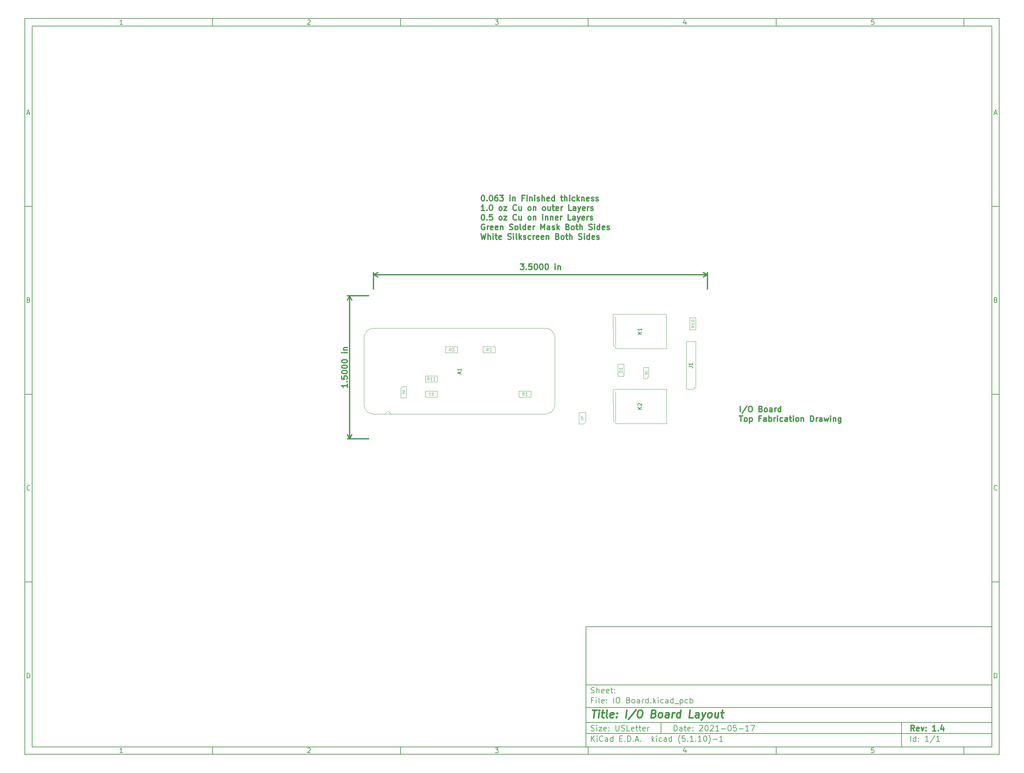
<source format=gbr>
G04 #@! TF.GenerationSoftware,KiCad,Pcbnew,(5.1.10)-1*
G04 #@! TF.CreationDate,2021-05-21T10:06:19-04:00*
G04 #@! TF.ProjectId,IO Board,494f2042-6f61-4726-942e-6b696361645f,1.4*
G04 #@! TF.SameCoordinates,Original*
G04 #@! TF.FileFunction,Other,Fab,Top*
%FSLAX46Y46*%
G04 Gerber Fmt 4.6, Leading zero omitted, Abs format (unit mm)*
G04 Created by KiCad (PCBNEW (5.1.10)-1) date 2021-05-21 10:06:19*
%MOMM*%
%LPD*%
G01*
G04 APERTURE LIST*
%ADD10C,0.100000*%
%ADD11C,0.150000*%
%ADD12C,0.300000*%
%ADD13C,0.400000*%
%ADD14C,0.304800*%
%ADD15C,0.120000*%
%ADD16C,0.075000*%
G04 APERTURE END LIST*
D10*
D11*
X159400000Y-171900000D02*
X159400000Y-203900000D01*
X267400000Y-203900000D01*
X267400000Y-171900000D01*
X159400000Y-171900000D01*
D10*
D11*
X10000000Y-10000000D02*
X10000000Y-205900000D01*
X269400000Y-205900000D01*
X269400000Y-10000000D01*
X10000000Y-10000000D01*
D10*
D11*
X12000000Y-12000000D02*
X12000000Y-203900000D01*
X267400000Y-203900000D01*
X267400000Y-12000000D01*
X12000000Y-12000000D01*
D10*
D11*
X60000000Y-12000000D02*
X60000000Y-10000000D01*
D10*
D11*
X110000000Y-12000000D02*
X110000000Y-10000000D01*
D10*
D11*
X160000000Y-12000000D02*
X160000000Y-10000000D01*
D10*
D11*
X210000000Y-12000000D02*
X210000000Y-10000000D01*
D10*
D11*
X260000000Y-12000000D02*
X260000000Y-10000000D01*
D10*
D11*
X36065476Y-11588095D02*
X35322619Y-11588095D01*
X35694047Y-11588095D02*
X35694047Y-10288095D01*
X35570238Y-10473809D01*
X35446428Y-10597619D01*
X35322619Y-10659523D01*
D10*
D11*
X85322619Y-10411904D02*
X85384523Y-10350000D01*
X85508333Y-10288095D01*
X85817857Y-10288095D01*
X85941666Y-10350000D01*
X86003571Y-10411904D01*
X86065476Y-10535714D01*
X86065476Y-10659523D01*
X86003571Y-10845238D01*
X85260714Y-11588095D01*
X86065476Y-11588095D01*
D10*
D11*
X135260714Y-10288095D02*
X136065476Y-10288095D01*
X135632142Y-10783333D01*
X135817857Y-10783333D01*
X135941666Y-10845238D01*
X136003571Y-10907142D01*
X136065476Y-11030952D01*
X136065476Y-11340476D01*
X136003571Y-11464285D01*
X135941666Y-11526190D01*
X135817857Y-11588095D01*
X135446428Y-11588095D01*
X135322619Y-11526190D01*
X135260714Y-11464285D01*
D10*
D11*
X185941666Y-10721428D02*
X185941666Y-11588095D01*
X185632142Y-10226190D02*
X185322619Y-11154761D01*
X186127380Y-11154761D01*
D10*
D11*
X236003571Y-10288095D02*
X235384523Y-10288095D01*
X235322619Y-10907142D01*
X235384523Y-10845238D01*
X235508333Y-10783333D01*
X235817857Y-10783333D01*
X235941666Y-10845238D01*
X236003571Y-10907142D01*
X236065476Y-11030952D01*
X236065476Y-11340476D01*
X236003571Y-11464285D01*
X235941666Y-11526190D01*
X235817857Y-11588095D01*
X235508333Y-11588095D01*
X235384523Y-11526190D01*
X235322619Y-11464285D01*
D10*
D11*
X60000000Y-203900000D02*
X60000000Y-205900000D01*
D10*
D11*
X110000000Y-203900000D02*
X110000000Y-205900000D01*
D10*
D11*
X160000000Y-203900000D02*
X160000000Y-205900000D01*
D10*
D11*
X210000000Y-203900000D02*
X210000000Y-205900000D01*
D10*
D11*
X260000000Y-203900000D02*
X260000000Y-205900000D01*
D10*
D11*
X36065476Y-205488095D02*
X35322619Y-205488095D01*
X35694047Y-205488095D02*
X35694047Y-204188095D01*
X35570238Y-204373809D01*
X35446428Y-204497619D01*
X35322619Y-204559523D01*
D10*
D11*
X85322619Y-204311904D02*
X85384523Y-204250000D01*
X85508333Y-204188095D01*
X85817857Y-204188095D01*
X85941666Y-204250000D01*
X86003571Y-204311904D01*
X86065476Y-204435714D01*
X86065476Y-204559523D01*
X86003571Y-204745238D01*
X85260714Y-205488095D01*
X86065476Y-205488095D01*
D10*
D11*
X135260714Y-204188095D02*
X136065476Y-204188095D01*
X135632142Y-204683333D01*
X135817857Y-204683333D01*
X135941666Y-204745238D01*
X136003571Y-204807142D01*
X136065476Y-204930952D01*
X136065476Y-205240476D01*
X136003571Y-205364285D01*
X135941666Y-205426190D01*
X135817857Y-205488095D01*
X135446428Y-205488095D01*
X135322619Y-205426190D01*
X135260714Y-205364285D01*
D10*
D11*
X185941666Y-204621428D02*
X185941666Y-205488095D01*
X185632142Y-204126190D02*
X185322619Y-205054761D01*
X186127380Y-205054761D01*
D10*
D11*
X236003571Y-204188095D02*
X235384523Y-204188095D01*
X235322619Y-204807142D01*
X235384523Y-204745238D01*
X235508333Y-204683333D01*
X235817857Y-204683333D01*
X235941666Y-204745238D01*
X236003571Y-204807142D01*
X236065476Y-204930952D01*
X236065476Y-205240476D01*
X236003571Y-205364285D01*
X235941666Y-205426190D01*
X235817857Y-205488095D01*
X235508333Y-205488095D01*
X235384523Y-205426190D01*
X235322619Y-205364285D01*
D10*
D11*
X10000000Y-60000000D02*
X12000000Y-60000000D01*
D10*
D11*
X10000000Y-110000000D02*
X12000000Y-110000000D01*
D10*
D11*
X10000000Y-160000000D02*
X12000000Y-160000000D01*
D10*
D11*
X10690476Y-35216666D02*
X11309523Y-35216666D01*
X10566666Y-35588095D02*
X11000000Y-34288095D01*
X11433333Y-35588095D01*
D10*
D11*
X11092857Y-84907142D02*
X11278571Y-84969047D01*
X11340476Y-85030952D01*
X11402380Y-85154761D01*
X11402380Y-85340476D01*
X11340476Y-85464285D01*
X11278571Y-85526190D01*
X11154761Y-85588095D01*
X10659523Y-85588095D01*
X10659523Y-84288095D01*
X11092857Y-84288095D01*
X11216666Y-84350000D01*
X11278571Y-84411904D01*
X11340476Y-84535714D01*
X11340476Y-84659523D01*
X11278571Y-84783333D01*
X11216666Y-84845238D01*
X11092857Y-84907142D01*
X10659523Y-84907142D01*
D10*
D11*
X11402380Y-135464285D02*
X11340476Y-135526190D01*
X11154761Y-135588095D01*
X11030952Y-135588095D01*
X10845238Y-135526190D01*
X10721428Y-135402380D01*
X10659523Y-135278571D01*
X10597619Y-135030952D01*
X10597619Y-134845238D01*
X10659523Y-134597619D01*
X10721428Y-134473809D01*
X10845238Y-134350000D01*
X11030952Y-134288095D01*
X11154761Y-134288095D01*
X11340476Y-134350000D01*
X11402380Y-134411904D01*
D10*
D11*
X10659523Y-185588095D02*
X10659523Y-184288095D01*
X10969047Y-184288095D01*
X11154761Y-184350000D01*
X11278571Y-184473809D01*
X11340476Y-184597619D01*
X11402380Y-184845238D01*
X11402380Y-185030952D01*
X11340476Y-185278571D01*
X11278571Y-185402380D01*
X11154761Y-185526190D01*
X10969047Y-185588095D01*
X10659523Y-185588095D01*
D10*
D11*
X269400000Y-60000000D02*
X267400000Y-60000000D01*
D10*
D11*
X269400000Y-110000000D02*
X267400000Y-110000000D01*
D10*
D11*
X269400000Y-160000000D02*
X267400000Y-160000000D01*
D10*
D11*
X268090476Y-35216666D02*
X268709523Y-35216666D01*
X267966666Y-35588095D02*
X268400000Y-34288095D01*
X268833333Y-35588095D01*
D10*
D11*
X268492857Y-84907142D02*
X268678571Y-84969047D01*
X268740476Y-85030952D01*
X268802380Y-85154761D01*
X268802380Y-85340476D01*
X268740476Y-85464285D01*
X268678571Y-85526190D01*
X268554761Y-85588095D01*
X268059523Y-85588095D01*
X268059523Y-84288095D01*
X268492857Y-84288095D01*
X268616666Y-84350000D01*
X268678571Y-84411904D01*
X268740476Y-84535714D01*
X268740476Y-84659523D01*
X268678571Y-84783333D01*
X268616666Y-84845238D01*
X268492857Y-84907142D01*
X268059523Y-84907142D01*
D10*
D11*
X268802380Y-135464285D02*
X268740476Y-135526190D01*
X268554761Y-135588095D01*
X268430952Y-135588095D01*
X268245238Y-135526190D01*
X268121428Y-135402380D01*
X268059523Y-135278571D01*
X267997619Y-135030952D01*
X267997619Y-134845238D01*
X268059523Y-134597619D01*
X268121428Y-134473809D01*
X268245238Y-134350000D01*
X268430952Y-134288095D01*
X268554761Y-134288095D01*
X268740476Y-134350000D01*
X268802380Y-134411904D01*
D10*
D11*
X268059523Y-185588095D02*
X268059523Y-184288095D01*
X268369047Y-184288095D01*
X268554761Y-184350000D01*
X268678571Y-184473809D01*
X268740476Y-184597619D01*
X268802380Y-184845238D01*
X268802380Y-185030952D01*
X268740476Y-185278571D01*
X268678571Y-185402380D01*
X268554761Y-185526190D01*
X268369047Y-185588095D01*
X268059523Y-185588095D01*
D10*
D11*
X182832142Y-199678571D02*
X182832142Y-198178571D01*
X183189285Y-198178571D01*
X183403571Y-198250000D01*
X183546428Y-198392857D01*
X183617857Y-198535714D01*
X183689285Y-198821428D01*
X183689285Y-199035714D01*
X183617857Y-199321428D01*
X183546428Y-199464285D01*
X183403571Y-199607142D01*
X183189285Y-199678571D01*
X182832142Y-199678571D01*
X184975000Y-199678571D02*
X184975000Y-198892857D01*
X184903571Y-198750000D01*
X184760714Y-198678571D01*
X184475000Y-198678571D01*
X184332142Y-198750000D01*
X184975000Y-199607142D02*
X184832142Y-199678571D01*
X184475000Y-199678571D01*
X184332142Y-199607142D01*
X184260714Y-199464285D01*
X184260714Y-199321428D01*
X184332142Y-199178571D01*
X184475000Y-199107142D01*
X184832142Y-199107142D01*
X184975000Y-199035714D01*
X185475000Y-198678571D02*
X186046428Y-198678571D01*
X185689285Y-198178571D02*
X185689285Y-199464285D01*
X185760714Y-199607142D01*
X185903571Y-199678571D01*
X186046428Y-199678571D01*
X187117857Y-199607142D02*
X186975000Y-199678571D01*
X186689285Y-199678571D01*
X186546428Y-199607142D01*
X186475000Y-199464285D01*
X186475000Y-198892857D01*
X186546428Y-198750000D01*
X186689285Y-198678571D01*
X186975000Y-198678571D01*
X187117857Y-198750000D01*
X187189285Y-198892857D01*
X187189285Y-199035714D01*
X186475000Y-199178571D01*
X187832142Y-199535714D02*
X187903571Y-199607142D01*
X187832142Y-199678571D01*
X187760714Y-199607142D01*
X187832142Y-199535714D01*
X187832142Y-199678571D01*
X187832142Y-198750000D02*
X187903571Y-198821428D01*
X187832142Y-198892857D01*
X187760714Y-198821428D01*
X187832142Y-198750000D01*
X187832142Y-198892857D01*
X189617857Y-198321428D02*
X189689285Y-198250000D01*
X189832142Y-198178571D01*
X190189285Y-198178571D01*
X190332142Y-198250000D01*
X190403571Y-198321428D01*
X190475000Y-198464285D01*
X190475000Y-198607142D01*
X190403571Y-198821428D01*
X189546428Y-199678571D01*
X190475000Y-199678571D01*
X191403571Y-198178571D02*
X191546428Y-198178571D01*
X191689285Y-198250000D01*
X191760714Y-198321428D01*
X191832142Y-198464285D01*
X191903571Y-198750000D01*
X191903571Y-199107142D01*
X191832142Y-199392857D01*
X191760714Y-199535714D01*
X191689285Y-199607142D01*
X191546428Y-199678571D01*
X191403571Y-199678571D01*
X191260714Y-199607142D01*
X191189285Y-199535714D01*
X191117857Y-199392857D01*
X191046428Y-199107142D01*
X191046428Y-198750000D01*
X191117857Y-198464285D01*
X191189285Y-198321428D01*
X191260714Y-198250000D01*
X191403571Y-198178571D01*
X192475000Y-198321428D02*
X192546428Y-198250000D01*
X192689285Y-198178571D01*
X193046428Y-198178571D01*
X193189285Y-198250000D01*
X193260714Y-198321428D01*
X193332142Y-198464285D01*
X193332142Y-198607142D01*
X193260714Y-198821428D01*
X192403571Y-199678571D01*
X193332142Y-199678571D01*
X194760714Y-199678571D02*
X193903571Y-199678571D01*
X194332142Y-199678571D02*
X194332142Y-198178571D01*
X194189285Y-198392857D01*
X194046428Y-198535714D01*
X193903571Y-198607142D01*
X195403571Y-199107142D02*
X196546428Y-199107142D01*
X197546428Y-198178571D02*
X197689285Y-198178571D01*
X197832142Y-198250000D01*
X197903571Y-198321428D01*
X197975000Y-198464285D01*
X198046428Y-198750000D01*
X198046428Y-199107142D01*
X197975000Y-199392857D01*
X197903571Y-199535714D01*
X197832142Y-199607142D01*
X197689285Y-199678571D01*
X197546428Y-199678571D01*
X197403571Y-199607142D01*
X197332142Y-199535714D01*
X197260714Y-199392857D01*
X197189285Y-199107142D01*
X197189285Y-198750000D01*
X197260714Y-198464285D01*
X197332142Y-198321428D01*
X197403571Y-198250000D01*
X197546428Y-198178571D01*
X199403571Y-198178571D02*
X198689285Y-198178571D01*
X198617857Y-198892857D01*
X198689285Y-198821428D01*
X198832142Y-198750000D01*
X199189285Y-198750000D01*
X199332142Y-198821428D01*
X199403571Y-198892857D01*
X199475000Y-199035714D01*
X199475000Y-199392857D01*
X199403571Y-199535714D01*
X199332142Y-199607142D01*
X199189285Y-199678571D01*
X198832142Y-199678571D01*
X198689285Y-199607142D01*
X198617857Y-199535714D01*
X200117857Y-199107142D02*
X201260714Y-199107142D01*
X202760714Y-199678571D02*
X201903571Y-199678571D01*
X202332142Y-199678571D02*
X202332142Y-198178571D01*
X202189285Y-198392857D01*
X202046428Y-198535714D01*
X201903571Y-198607142D01*
X203260714Y-198178571D02*
X204260714Y-198178571D01*
X203617857Y-199678571D01*
D10*
D11*
X159400000Y-200400000D02*
X267400000Y-200400000D01*
D10*
D11*
X160832142Y-202478571D02*
X160832142Y-200978571D01*
X161689285Y-202478571D02*
X161046428Y-201621428D01*
X161689285Y-200978571D02*
X160832142Y-201835714D01*
X162332142Y-202478571D02*
X162332142Y-201478571D01*
X162332142Y-200978571D02*
X162260714Y-201050000D01*
X162332142Y-201121428D01*
X162403571Y-201050000D01*
X162332142Y-200978571D01*
X162332142Y-201121428D01*
X163903571Y-202335714D02*
X163832142Y-202407142D01*
X163617857Y-202478571D01*
X163475000Y-202478571D01*
X163260714Y-202407142D01*
X163117857Y-202264285D01*
X163046428Y-202121428D01*
X162975000Y-201835714D01*
X162975000Y-201621428D01*
X163046428Y-201335714D01*
X163117857Y-201192857D01*
X163260714Y-201050000D01*
X163475000Y-200978571D01*
X163617857Y-200978571D01*
X163832142Y-201050000D01*
X163903571Y-201121428D01*
X165189285Y-202478571D02*
X165189285Y-201692857D01*
X165117857Y-201550000D01*
X164975000Y-201478571D01*
X164689285Y-201478571D01*
X164546428Y-201550000D01*
X165189285Y-202407142D02*
X165046428Y-202478571D01*
X164689285Y-202478571D01*
X164546428Y-202407142D01*
X164475000Y-202264285D01*
X164475000Y-202121428D01*
X164546428Y-201978571D01*
X164689285Y-201907142D01*
X165046428Y-201907142D01*
X165189285Y-201835714D01*
X166546428Y-202478571D02*
X166546428Y-200978571D01*
X166546428Y-202407142D02*
X166403571Y-202478571D01*
X166117857Y-202478571D01*
X165975000Y-202407142D01*
X165903571Y-202335714D01*
X165832142Y-202192857D01*
X165832142Y-201764285D01*
X165903571Y-201621428D01*
X165975000Y-201550000D01*
X166117857Y-201478571D01*
X166403571Y-201478571D01*
X166546428Y-201550000D01*
X168403571Y-201692857D02*
X168903571Y-201692857D01*
X169117857Y-202478571D02*
X168403571Y-202478571D01*
X168403571Y-200978571D01*
X169117857Y-200978571D01*
X169760714Y-202335714D02*
X169832142Y-202407142D01*
X169760714Y-202478571D01*
X169689285Y-202407142D01*
X169760714Y-202335714D01*
X169760714Y-202478571D01*
X170475000Y-202478571D02*
X170475000Y-200978571D01*
X170832142Y-200978571D01*
X171046428Y-201050000D01*
X171189285Y-201192857D01*
X171260714Y-201335714D01*
X171332142Y-201621428D01*
X171332142Y-201835714D01*
X171260714Y-202121428D01*
X171189285Y-202264285D01*
X171046428Y-202407142D01*
X170832142Y-202478571D01*
X170475000Y-202478571D01*
X171975000Y-202335714D02*
X172046428Y-202407142D01*
X171975000Y-202478571D01*
X171903571Y-202407142D01*
X171975000Y-202335714D01*
X171975000Y-202478571D01*
X172617857Y-202050000D02*
X173332142Y-202050000D01*
X172475000Y-202478571D02*
X172975000Y-200978571D01*
X173475000Y-202478571D01*
X173975000Y-202335714D02*
X174046428Y-202407142D01*
X173975000Y-202478571D01*
X173903571Y-202407142D01*
X173975000Y-202335714D01*
X173975000Y-202478571D01*
X176975000Y-202478571D02*
X176975000Y-200978571D01*
X177117857Y-201907142D02*
X177546428Y-202478571D01*
X177546428Y-201478571D02*
X176975000Y-202050000D01*
X178189285Y-202478571D02*
X178189285Y-201478571D01*
X178189285Y-200978571D02*
X178117857Y-201050000D01*
X178189285Y-201121428D01*
X178260714Y-201050000D01*
X178189285Y-200978571D01*
X178189285Y-201121428D01*
X179546428Y-202407142D02*
X179403571Y-202478571D01*
X179117857Y-202478571D01*
X178975000Y-202407142D01*
X178903571Y-202335714D01*
X178832142Y-202192857D01*
X178832142Y-201764285D01*
X178903571Y-201621428D01*
X178975000Y-201550000D01*
X179117857Y-201478571D01*
X179403571Y-201478571D01*
X179546428Y-201550000D01*
X180832142Y-202478571D02*
X180832142Y-201692857D01*
X180760714Y-201550000D01*
X180617857Y-201478571D01*
X180332142Y-201478571D01*
X180189285Y-201550000D01*
X180832142Y-202407142D02*
X180689285Y-202478571D01*
X180332142Y-202478571D01*
X180189285Y-202407142D01*
X180117857Y-202264285D01*
X180117857Y-202121428D01*
X180189285Y-201978571D01*
X180332142Y-201907142D01*
X180689285Y-201907142D01*
X180832142Y-201835714D01*
X182189285Y-202478571D02*
X182189285Y-200978571D01*
X182189285Y-202407142D02*
X182046428Y-202478571D01*
X181760714Y-202478571D01*
X181617857Y-202407142D01*
X181546428Y-202335714D01*
X181475000Y-202192857D01*
X181475000Y-201764285D01*
X181546428Y-201621428D01*
X181617857Y-201550000D01*
X181760714Y-201478571D01*
X182046428Y-201478571D01*
X182189285Y-201550000D01*
X184475000Y-203050000D02*
X184403571Y-202978571D01*
X184260714Y-202764285D01*
X184189285Y-202621428D01*
X184117857Y-202407142D01*
X184046428Y-202050000D01*
X184046428Y-201764285D01*
X184117857Y-201407142D01*
X184189285Y-201192857D01*
X184260714Y-201050000D01*
X184403571Y-200835714D01*
X184475000Y-200764285D01*
X185760714Y-200978571D02*
X185046428Y-200978571D01*
X184975000Y-201692857D01*
X185046428Y-201621428D01*
X185189285Y-201550000D01*
X185546428Y-201550000D01*
X185689285Y-201621428D01*
X185760714Y-201692857D01*
X185832142Y-201835714D01*
X185832142Y-202192857D01*
X185760714Y-202335714D01*
X185689285Y-202407142D01*
X185546428Y-202478571D01*
X185189285Y-202478571D01*
X185046428Y-202407142D01*
X184975000Y-202335714D01*
X186475000Y-202335714D02*
X186546428Y-202407142D01*
X186475000Y-202478571D01*
X186403571Y-202407142D01*
X186475000Y-202335714D01*
X186475000Y-202478571D01*
X187975000Y-202478571D02*
X187117857Y-202478571D01*
X187546428Y-202478571D02*
X187546428Y-200978571D01*
X187403571Y-201192857D01*
X187260714Y-201335714D01*
X187117857Y-201407142D01*
X188617857Y-202335714D02*
X188689285Y-202407142D01*
X188617857Y-202478571D01*
X188546428Y-202407142D01*
X188617857Y-202335714D01*
X188617857Y-202478571D01*
X190117857Y-202478571D02*
X189260714Y-202478571D01*
X189689285Y-202478571D02*
X189689285Y-200978571D01*
X189546428Y-201192857D01*
X189403571Y-201335714D01*
X189260714Y-201407142D01*
X191046428Y-200978571D02*
X191189285Y-200978571D01*
X191332142Y-201050000D01*
X191403571Y-201121428D01*
X191475000Y-201264285D01*
X191546428Y-201550000D01*
X191546428Y-201907142D01*
X191475000Y-202192857D01*
X191403571Y-202335714D01*
X191332142Y-202407142D01*
X191189285Y-202478571D01*
X191046428Y-202478571D01*
X190903571Y-202407142D01*
X190832142Y-202335714D01*
X190760714Y-202192857D01*
X190689285Y-201907142D01*
X190689285Y-201550000D01*
X190760714Y-201264285D01*
X190832142Y-201121428D01*
X190903571Y-201050000D01*
X191046428Y-200978571D01*
X192046428Y-203050000D02*
X192117857Y-202978571D01*
X192260714Y-202764285D01*
X192332142Y-202621428D01*
X192403571Y-202407142D01*
X192475000Y-202050000D01*
X192475000Y-201764285D01*
X192403571Y-201407142D01*
X192332142Y-201192857D01*
X192260714Y-201050000D01*
X192117857Y-200835714D01*
X192046428Y-200764285D01*
X193189285Y-201907142D02*
X194332142Y-201907142D01*
X195832142Y-202478571D02*
X194975000Y-202478571D01*
X195403571Y-202478571D02*
X195403571Y-200978571D01*
X195260714Y-201192857D01*
X195117857Y-201335714D01*
X194975000Y-201407142D01*
D10*
D11*
X159400000Y-197400000D02*
X267400000Y-197400000D01*
D10*
D12*
X246809285Y-199678571D02*
X246309285Y-198964285D01*
X245952142Y-199678571D02*
X245952142Y-198178571D01*
X246523571Y-198178571D01*
X246666428Y-198250000D01*
X246737857Y-198321428D01*
X246809285Y-198464285D01*
X246809285Y-198678571D01*
X246737857Y-198821428D01*
X246666428Y-198892857D01*
X246523571Y-198964285D01*
X245952142Y-198964285D01*
X248023571Y-199607142D02*
X247880714Y-199678571D01*
X247595000Y-199678571D01*
X247452142Y-199607142D01*
X247380714Y-199464285D01*
X247380714Y-198892857D01*
X247452142Y-198750000D01*
X247595000Y-198678571D01*
X247880714Y-198678571D01*
X248023571Y-198750000D01*
X248095000Y-198892857D01*
X248095000Y-199035714D01*
X247380714Y-199178571D01*
X248595000Y-198678571D02*
X248952142Y-199678571D01*
X249309285Y-198678571D01*
X249880714Y-199535714D02*
X249952142Y-199607142D01*
X249880714Y-199678571D01*
X249809285Y-199607142D01*
X249880714Y-199535714D01*
X249880714Y-199678571D01*
X249880714Y-198750000D02*
X249952142Y-198821428D01*
X249880714Y-198892857D01*
X249809285Y-198821428D01*
X249880714Y-198750000D01*
X249880714Y-198892857D01*
X252523571Y-199678571D02*
X251666428Y-199678571D01*
X252095000Y-199678571D02*
X252095000Y-198178571D01*
X251952142Y-198392857D01*
X251809285Y-198535714D01*
X251666428Y-198607142D01*
X253166428Y-199535714D02*
X253237857Y-199607142D01*
X253166428Y-199678571D01*
X253095000Y-199607142D01*
X253166428Y-199535714D01*
X253166428Y-199678571D01*
X254523571Y-198678571D02*
X254523571Y-199678571D01*
X254166428Y-198107142D02*
X253809285Y-199178571D01*
X254737857Y-199178571D01*
D10*
D11*
X160760714Y-199607142D02*
X160975000Y-199678571D01*
X161332142Y-199678571D01*
X161475000Y-199607142D01*
X161546428Y-199535714D01*
X161617857Y-199392857D01*
X161617857Y-199250000D01*
X161546428Y-199107142D01*
X161475000Y-199035714D01*
X161332142Y-198964285D01*
X161046428Y-198892857D01*
X160903571Y-198821428D01*
X160832142Y-198750000D01*
X160760714Y-198607142D01*
X160760714Y-198464285D01*
X160832142Y-198321428D01*
X160903571Y-198250000D01*
X161046428Y-198178571D01*
X161403571Y-198178571D01*
X161617857Y-198250000D01*
X162260714Y-199678571D02*
X162260714Y-198678571D01*
X162260714Y-198178571D02*
X162189285Y-198250000D01*
X162260714Y-198321428D01*
X162332142Y-198250000D01*
X162260714Y-198178571D01*
X162260714Y-198321428D01*
X162832142Y-198678571D02*
X163617857Y-198678571D01*
X162832142Y-199678571D01*
X163617857Y-199678571D01*
X164760714Y-199607142D02*
X164617857Y-199678571D01*
X164332142Y-199678571D01*
X164189285Y-199607142D01*
X164117857Y-199464285D01*
X164117857Y-198892857D01*
X164189285Y-198750000D01*
X164332142Y-198678571D01*
X164617857Y-198678571D01*
X164760714Y-198750000D01*
X164832142Y-198892857D01*
X164832142Y-199035714D01*
X164117857Y-199178571D01*
X165475000Y-199535714D02*
X165546428Y-199607142D01*
X165475000Y-199678571D01*
X165403571Y-199607142D01*
X165475000Y-199535714D01*
X165475000Y-199678571D01*
X165475000Y-198750000D02*
X165546428Y-198821428D01*
X165475000Y-198892857D01*
X165403571Y-198821428D01*
X165475000Y-198750000D01*
X165475000Y-198892857D01*
X167332142Y-198178571D02*
X167332142Y-199392857D01*
X167403571Y-199535714D01*
X167475000Y-199607142D01*
X167617857Y-199678571D01*
X167903571Y-199678571D01*
X168046428Y-199607142D01*
X168117857Y-199535714D01*
X168189285Y-199392857D01*
X168189285Y-198178571D01*
X168832142Y-199607142D02*
X169046428Y-199678571D01*
X169403571Y-199678571D01*
X169546428Y-199607142D01*
X169617857Y-199535714D01*
X169689285Y-199392857D01*
X169689285Y-199250000D01*
X169617857Y-199107142D01*
X169546428Y-199035714D01*
X169403571Y-198964285D01*
X169117857Y-198892857D01*
X168975000Y-198821428D01*
X168903571Y-198750000D01*
X168832142Y-198607142D01*
X168832142Y-198464285D01*
X168903571Y-198321428D01*
X168975000Y-198250000D01*
X169117857Y-198178571D01*
X169475000Y-198178571D01*
X169689285Y-198250000D01*
X171046428Y-199678571D02*
X170332142Y-199678571D01*
X170332142Y-198178571D01*
X172117857Y-199607142D02*
X171975000Y-199678571D01*
X171689285Y-199678571D01*
X171546428Y-199607142D01*
X171475000Y-199464285D01*
X171475000Y-198892857D01*
X171546428Y-198750000D01*
X171689285Y-198678571D01*
X171975000Y-198678571D01*
X172117857Y-198750000D01*
X172189285Y-198892857D01*
X172189285Y-199035714D01*
X171475000Y-199178571D01*
X172617857Y-198678571D02*
X173189285Y-198678571D01*
X172832142Y-198178571D02*
X172832142Y-199464285D01*
X172903571Y-199607142D01*
X173046428Y-199678571D01*
X173189285Y-199678571D01*
X173475000Y-198678571D02*
X174046428Y-198678571D01*
X173689285Y-198178571D02*
X173689285Y-199464285D01*
X173760714Y-199607142D01*
X173903571Y-199678571D01*
X174046428Y-199678571D01*
X175117857Y-199607142D02*
X174975000Y-199678571D01*
X174689285Y-199678571D01*
X174546428Y-199607142D01*
X174475000Y-199464285D01*
X174475000Y-198892857D01*
X174546428Y-198750000D01*
X174689285Y-198678571D01*
X174975000Y-198678571D01*
X175117857Y-198750000D01*
X175189285Y-198892857D01*
X175189285Y-199035714D01*
X174475000Y-199178571D01*
X175832142Y-199678571D02*
X175832142Y-198678571D01*
X175832142Y-198964285D02*
X175903571Y-198821428D01*
X175975000Y-198750000D01*
X176117857Y-198678571D01*
X176260714Y-198678571D01*
D10*
D11*
X245832142Y-202478571D02*
X245832142Y-200978571D01*
X247189285Y-202478571D02*
X247189285Y-200978571D01*
X247189285Y-202407142D02*
X247046428Y-202478571D01*
X246760714Y-202478571D01*
X246617857Y-202407142D01*
X246546428Y-202335714D01*
X246475000Y-202192857D01*
X246475000Y-201764285D01*
X246546428Y-201621428D01*
X246617857Y-201550000D01*
X246760714Y-201478571D01*
X247046428Y-201478571D01*
X247189285Y-201550000D01*
X247903571Y-202335714D02*
X247975000Y-202407142D01*
X247903571Y-202478571D01*
X247832142Y-202407142D01*
X247903571Y-202335714D01*
X247903571Y-202478571D01*
X247903571Y-201550000D02*
X247975000Y-201621428D01*
X247903571Y-201692857D01*
X247832142Y-201621428D01*
X247903571Y-201550000D01*
X247903571Y-201692857D01*
X250546428Y-202478571D02*
X249689285Y-202478571D01*
X250117857Y-202478571D02*
X250117857Y-200978571D01*
X249975000Y-201192857D01*
X249832142Y-201335714D01*
X249689285Y-201407142D01*
X252260714Y-200907142D02*
X250975000Y-202835714D01*
X253546428Y-202478571D02*
X252689285Y-202478571D01*
X253117857Y-202478571D02*
X253117857Y-200978571D01*
X252975000Y-201192857D01*
X252832142Y-201335714D01*
X252689285Y-201407142D01*
D10*
D11*
X159400000Y-193400000D02*
X267400000Y-193400000D01*
D10*
D13*
X161112380Y-194104761D02*
X162255238Y-194104761D01*
X161433809Y-196104761D02*
X161683809Y-194104761D01*
X162671904Y-196104761D02*
X162838571Y-194771428D01*
X162921904Y-194104761D02*
X162814761Y-194200000D01*
X162898095Y-194295238D01*
X163005238Y-194200000D01*
X162921904Y-194104761D01*
X162898095Y-194295238D01*
X163505238Y-194771428D02*
X164267142Y-194771428D01*
X163874285Y-194104761D02*
X163660000Y-195819047D01*
X163731428Y-196009523D01*
X163910000Y-196104761D01*
X164100476Y-196104761D01*
X165052857Y-196104761D02*
X164874285Y-196009523D01*
X164802857Y-195819047D01*
X165017142Y-194104761D01*
X166588571Y-196009523D02*
X166386190Y-196104761D01*
X166005238Y-196104761D01*
X165826666Y-196009523D01*
X165755238Y-195819047D01*
X165850476Y-195057142D01*
X165969523Y-194866666D01*
X166171904Y-194771428D01*
X166552857Y-194771428D01*
X166731428Y-194866666D01*
X166802857Y-195057142D01*
X166779047Y-195247619D01*
X165802857Y-195438095D01*
X167552857Y-195914285D02*
X167636190Y-196009523D01*
X167529047Y-196104761D01*
X167445714Y-196009523D01*
X167552857Y-195914285D01*
X167529047Y-196104761D01*
X167683809Y-194866666D02*
X167767142Y-194961904D01*
X167660000Y-195057142D01*
X167576666Y-194961904D01*
X167683809Y-194866666D01*
X167660000Y-195057142D01*
X170005238Y-196104761D02*
X170255238Y-194104761D01*
X172648095Y-194009523D02*
X170612380Y-196580952D01*
X173683809Y-194104761D02*
X174064761Y-194104761D01*
X174243333Y-194200000D01*
X174410000Y-194390476D01*
X174457619Y-194771428D01*
X174374285Y-195438095D01*
X174231428Y-195819047D01*
X174017142Y-196009523D01*
X173814761Y-196104761D01*
X173433809Y-196104761D01*
X173255238Y-196009523D01*
X173088571Y-195819047D01*
X173040952Y-195438095D01*
X173124285Y-194771428D01*
X173267142Y-194390476D01*
X173481428Y-194200000D01*
X173683809Y-194104761D01*
X177469523Y-195057142D02*
X177743333Y-195152380D01*
X177826666Y-195247619D01*
X177898095Y-195438095D01*
X177862380Y-195723809D01*
X177743333Y-195914285D01*
X177636190Y-196009523D01*
X177433809Y-196104761D01*
X176671904Y-196104761D01*
X176921904Y-194104761D01*
X177588571Y-194104761D01*
X177767142Y-194200000D01*
X177850476Y-194295238D01*
X177921904Y-194485714D01*
X177898095Y-194676190D01*
X177779047Y-194866666D01*
X177671904Y-194961904D01*
X177469523Y-195057142D01*
X176802857Y-195057142D01*
X178957619Y-196104761D02*
X178779047Y-196009523D01*
X178695714Y-195914285D01*
X178624285Y-195723809D01*
X178695714Y-195152380D01*
X178814761Y-194961904D01*
X178921904Y-194866666D01*
X179124285Y-194771428D01*
X179410000Y-194771428D01*
X179588571Y-194866666D01*
X179671904Y-194961904D01*
X179743333Y-195152380D01*
X179671904Y-195723809D01*
X179552857Y-195914285D01*
X179445714Y-196009523D01*
X179243333Y-196104761D01*
X178957619Y-196104761D01*
X181338571Y-196104761D02*
X181469523Y-195057142D01*
X181398095Y-194866666D01*
X181219523Y-194771428D01*
X180838571Y-194771428D01*
X180636190Y-194866666D01*
X181350476Y-196009523D02*
X181148095Y-196104761D01*
X180671904Y-196104761D01*
X180493333Y-196009523D01*
X180421904Y-195819047D01*
X180445714Y-195628571D01*
X180564761Y-195438095D01*
X180767142Y-195342857D01*
X181243333Y-195342857D01*
X181445714Y-195247619D01*
X182290952Y-196104761D02*
X182457619Y-194771428D01*
X182410000Y-195152380D02*
X182529047Y-194961904D01*
X182636190Y-194866666D01*
X182838571Y-194771428D01*
X183029047Y-194771428D01*
X184386190Y-196104761D02*
X184636190Y-194104761D01*
X184398095Y-196009523D02*
X184195714Y-196104761D01*
X183814761Y-196104761D01*
X183636190Y-196009523D01*
X183552857Y-195914285D01*
X183481428Y-195723809D01*
X183552857Y-195152380D01*
X183671904Y-194961904D01*
X183779047Y-194866666D01*
X183981428Y-194771428D01*
X184362380Y-194771428D01*
X184540952Y-194866666D01*
X187814761Y-196104761D02*
X186862380Y-196104761D01*
X187112380Y-194104761D01*
X189338571Y-196104761D02*
X189469523Y-195057142D01*
X189398095Y-194866666D01*
X189219523Y-194771428D01*
X188838571Y-194771428D01*
X188636190Y-194866666D01*
X189350476Y-196009523D02*
X189148095Y-196104761D01*
X188671904Y-196104761D01*
X188493333Y-196009523D01*
X188421904Y-195819047D01*
X188445714Y-195628571D01*
X188564761Y-195438095D01*
X188767142Y-195342857D01*
X189243333Y-195342857D01*
X189445714Y-195247619D01*
X190267142Y-194771428D02*
X190576666Y-196104761D01*
X191219523Y-194771428D02*
X190576666Y-196104761D01*
X190326666Y-196580952D01*
X190219523Y-196676190D01*
X190017142Y-196771428D01*
X192100476Y-196104761D02*
X191921904Y-196009523D01*
X191838571Y-195914285D01*
X191767142Y-195723809D01*
X191838571Y-195152380D01*
X191957619Y-194961904D01*
X192064761Y-194866666D01*
X192267142Y-194771428D01*
X192552857Y-194771428D01*
X192731428Y-194866666D01*
X192814761Y-194961904D01*
X192886190Y-195152380D01*
X192814761Y-195723809D01*
X192695714Y-195914285D01*
X192588571Y-196009523D01*
X192386190Y-196104761D01*
X192100476Y-196104761D01*
X194648095Y-194771428D02*
X194481428Y-196104761D01*
X193790952Y-194771428D02*
X193660000Y-195819047D01*
X193731428Y-196009523D01*
X193910000Y-196104761D01*
X194195714Y-196104761D01*
X194398095Y-196009523D01*
X194505238Y-195914285D01*
X195314761Y-194771428D02*
X196076666Y-194771428D01*
X195683809Y-194104761D02*
X195469523Y-195819047D01*
X195540952Y-196009523D01*
X195719523Y-196104761D01*
X195910000Y-196104761D01*
D10*
D11*
X161332142Y-191492857D02*
X160832142Y-191492857D01*
X160832142Y-192278571D02*
X160832142Y-190778571D01*
X161546428Y-190778571D01*
X162117857Y-192278571D02*
X162117857Y-191278571D01*
X162117857Y-190778571D02*
X162046428Y-190850000D01*
X162117857Y-190921428D01*
X162189285Y-190850000D01*
X162117857Y-190778571D01*
X162117857Y-190921428D01*
X163046428Y-192278571D02*
X162903571Y-192207142D01*
X162832142Y-192064285D01*
X162832142Y-190778571D01*
X164189285Y-192207142D02*
X164046428Y-192278571D01*
X163760714Y-192278571D01*
X163617857Y-192207142D01*
X163546428Y-192064285D01*
X163546428Y-191492857D01*
X163617857Y-191350000D01*
X163760714Y-191278571D01*
X164046428Y-191278571D01*
X164189285Y-191350000D01*
X164260714Y-191492857D01*
X164260714Y-191635714D01*
X163546428Y-191778571D01*
X164903571Y-192135714D02*
X164975000Y-192207142D01*
X164903571Y-192278571D01*
X164832142Y-192207142D01*
X164903571Y-192135714D01*
X164903571Y-192278571D01*
X164903571Y-191350000D02*
X164975000Y-191421428D01*
X164903571Y-191492857D01*
X164832142Y-191421428D01*
X164903571Y-191350000D01*
X164903571Y-191492857D01*
X166760714Y-192278571D02*
X166760714Y-190778571D01*
X167760714Y-190778571D02*
X168046428Y-190778571D01*
X168189285Y-190850000D01*
X168332142Y-190992857D01*
X168403571Y-191278571D01*
X168403571Y-191778571D01*
X168332142Y-192064285D01*
X168189285Y-192207142D01*
X168046428Y-192278571D01*
X167760714Y-192278571D01*
X167617857Y-192207142D01*
X167475000Y-192064285D01*
X167403571Y-191778571D01*
X167403571Y-191278571D01*
X167475000Y-190992857D01*
X167617857Y-190850000D01*
X167760714Y-190778571D01*
X170689285Y-191492857D02*
X170903571Y-191564285D01*
X170975000Y-191635714D01*
X171046428Y-191778571D01*
X171046428Y-191992857D01*
X170975000Y-192135714D01*
X170903571Y-192207142D01*
X170760714Y-192278571D01*
X170189285Y-192278571D01*
X170189285Y-190778571D01*
X170689285Y-190778571D01*
X170832142Y-190850000D01*
X170903571Y-190921428D01*
X170975000Y-191064285D01*
X170975000Y-191207142D01*
X170903571Y-191350000D01*
X170832142Y-191421428D01*
X170689285Y-191492857D01*
X170189285Y-191492857D01*
X171903571Y-192278571D02*
X171760714Y-192207142D01*
X171689285Y-192135714D01*
X171617857Y-191992857D01*
X171617857Y-191564285D01*
X171689285Y-191421428D01*
X171760714Y-191350000D01*
X171903571Y-191278571D01*
X172117857Y-191278571D01*
X172260714Y-191350000D01*
X172332142Y-191421428D01*
X172403571Y-191564285D01*
X172403571Y-191992857D01*
X172332142Y-192135714D01*
X172260714Y-192207142D01*
X172117857Y-192278571D01*
X171903571Y-192278571D01*
X173689285Y-192278571D02*
X173689285Y-191492857D01*
X173617857Y-191350000D01*
X173475000Y-191278571D01*
X173189285Y-191278571D01*
X173046428Y-191350000D01*
X173689285Y-192207142D02*
X173546428Y-192278571D01*
X173189285Y-192278571D01*
X173046428Y-192207142D01*
X172975000Y-192064285D01*
X172975000Y-191921428D01*
X173046428Y-191778571D01*
X173189285Y-191707142D01*
X173546428Y-191707142D01*
X173689285Y-191635714D01*
X174403571Y-192278571D02*
X174403571Y-191278571D01*
X174403571Y-191564285D02*
X174475000Y-191421428D01*
X174546428Y-191350000D01*
X174689285Y-191278571D01*
X174832142Y-191278571D01*
X175975000Y-192278571D02*
X175975000Y-190778571D01*
X175975000Y-192207142D02*
X175832142Y-192278571D01*
X175546428Y-192278571D01*
X175403571Y-192207142D01*
X175332142Y-192135714D01*
X175260714Y-191992857D01*
X175260714Y-191564285D01*
X175332142Y-191421428D01*
X175403571Y-191350000D01*
X175546428Y-191278571D01*
X175832142Y-191278571D01*
X175975000Y-191350000D01*
X176689285Y-192135714D02*
X176760714Y-192207142D01*
X176689285Y-192278571D01*
X176617857Y-192207142D01*
X176689285Y-192135714D01*
X176689285Y-192278571D01*
X177403571Y-192278571D02*
X177403571Y-190778571D01*
X177546428Y-191707142D02*
X177975000Y-192278571D01*
X177975000Y-191278571D02*
X177403571Y-191850000D01*
X178617857Y-192278571D02*
X178617857Y-191278571D01*
X178617857Y-190778571D02*
X178546428Y-190850000D01*
X178617857Y-190921428D01*
X178689285Y-190850000D01*
X178617857Y-190778571D01*
X178617857Y-190921428D01*
X179975000Y-192207142D02*
X179832142Y-192278571D01*
X179546428Y-192278571D01*
X179403571Y-192207142D01*
X179332142Y-192135714D01*
X179260714Y-191992857D01*
X179260714Y-191564285D01*
X179332142Y-191421428D01*
X179403571Y-191350000D01*
X179546428Y-191278571D01*
X179832142Y-191278571D01*
X179975000Y-191350000D01*
X181260714Y-192278571D02*
X181260714Y-191492857D01*
X181189285Y-191350000D01*
X181046428Y-191278571D01*
X180760714Y-191278571D01*
X180617857Y-191350000D01*
X181260714Y-192207142D02*
X181117857Y-192278571D01*
X180760714Y-192278571D01*
X180617857Y-192207142D01*
X180546428Y-192064285D01*
X180546428Y-191921428D01*
X180617857Y-191778571D01*
X180760714Y-191707142D01*
X181117857Y-191707142D01*
X181260714Y-191635714D01*
X182617857Y-192278571D02*
X182617857Y-190778571D01*
X182617857Y-192207142D02*
X182475000Y-192278571D01*
X182189285Y-192278571D01*
X182046428Y-192207142D01*
X181975000Y-192135714D01*
X181903571Y-191992857D01*
X181903571Y-191564285D01*
X181975000Y-191421428D01*
X182046428Y-191350000D01*
X182189285Y-191278571D01*
X182475000Y-191278571D01*
X182617857Y-191350000D01*
X182975000Y-192421428D02*
X184117857Y-192421428D01*
X184475000Y-191278571D02*
X184475000Y-192778571D01*
X184475000Y-191350000D02*
X184617857Y-191278571D01*
X184903571Y-191278571D01*
X185046428Y-191350000D01*
X185117857Y-191421428D01*
X185189285Y-191564285D01*
X185189285Y-191992857D01*
X185117857Y-192135714D01*
X185046428Y-192207142D01*
X184903571Y-192278571D01*
X184617857Y-192278571D01*
X184475000Y-192207142D01*
X186475000Y-192207142D02*
X186332142Y-192278571D01*
X186046428Y-192278571D01*
X185903571Y-192207142D01*
X185832142Y-192135714D01*
X185760714Y-191992857D01*
X185760714Y-191564285D01*
X185832142Y-191421428D01*
X185903571Y-191350000D01*
X186046428Y-191278571D01*
X186332142Y-191278571D01*
X186475000Y-191350000D01*
X187117857Y-192278571D02*
X187117857Y-190778571D01*
X187117857Y-191350000D02*
X187260714Y-191278571D01*
X187546428Y-191278571D01*
X187689285Y-191350000D01*
X187760714Y-191421428D01*
X187832142Y-191564285D01*
X187832142Y-191992857D01*
X187760714Y-192135714D01*
X187689285Y-192207142D01*
X187546428Y-192278571D01*
X187260714Y-192278571D01*
X187117857Y-192207142D01*
D10*
D11*
X159400000Y-187400000D02*
X267400000Y-187400000D01*
D10*
D11*
X160760714Y-189507142D02*
X160975000Y-189578571D01*
X161332142Y-189578571D01*
X161475000Y-189507142D01*
X161546428Y-189435714D01*
X161617857Y-189292857D01*
X161617857Y-189150000D01*
X161546428Y-189007142D01*
X161475000Y-188935714D01*
X161332142Y-188864285D01*
X161046428Y-188792857D01*
X160903571Y-188721428D01*
X160832142Y-188650000D01*
X160760714Y-188507142D01*
X160760714Y-188364285D01*
X160832142Y-188221428D01*
X160903571Y-188150000D01*
X161046428Y-188078571D01*
X161403571Y-188078571D01*
X161617857Y-188150000D01*
X162260714Y-189578571D02*
X162260714Y-188078571D01*
X162903571Y-189578571D02*
X162903571Y-188792857D01*
X162832142Y-188650000D01*
X162689285Y-188578571D01*
X162475000Y-188578571D01*
X162332142Y-188650000D01*
X162260714Y-188721428D01*
X164189285Y-189507142D02*
X164046428Y-189578571D01*
X163760714Y-189578571D01*
X163617857Y-189507142D01*
X163546428Y-189364285D01*
X163546428Y-188792857D01*
X163617857Y-188650000D01*
X163760714Y-188578571D01*
X164046428Y-188578571D01*
X164189285Y-188650000D01*
X164260714Y-188792857D01*
X164260714Y-188935714D01*
X163546428Y-189078571D01*
X165475000Y-189507142D02*
X165332142Y-189578571D01*
X165046428Y-189578571D01*
X164903571Y-189507142D01*
X164832142Y-189364285D01*
X164832142Y-188792857D01*
X164903571Y-188650000D01*
X165046428Y-188578571D01*
X165332142Y-188578571D01*
X165475000Y-188650000D01*
X165546428Y-188792857D01*
X165546428Y-188935714D01*
X164832142Y-189078571D01*
X165975000Y-188578571D02*
X166546428Y-188578571D01*
X166189285Y-188078571D02*
X166189285Y-189364285D01*
X166260714Y-189507142D01*
X166403571Y-189578571D01*
X166546428Y-189578571D01*
X167046428Y-189435714D02*
X167117857Y-189507142D01*
X167046428Y-189578571D01*
X166975000Y-189507142D01*
X167046428Y-189435714D01*
X167046428Y-189578571D01*
X167046428Y-188650000D02*
X167117857Y-188721428D01*
X167046428Y-188792857D01*
X166975000Y-188721428D01*
X167046428Y-188650000D01*
X167046428Y-188792857D01*
D10*
D11*
X179400000Y-197400000D02*
X179400000Y-200400000D01*
D10*
D11*
X243400000Y-197400000D02*
X243400000Y-203900000D01*
D14*
X95909428Y-107333142D02*
X95909428Y-108204000D01*
X95909428Y-107768571D02*
X94385428Y-107768571D01*
X94603142Y-107913714D01*
X94748285Y-108058857D01*
X94820857Y-108204000D01*
X95764285Y-106680000D02*
X95836857Y-106607428D01*
X95909428Y-106680000D01*
X95836857Y-106752571D01*
X95764285Y-106680000D01*
X95909428Y-106680000D01*
X94385428Y-105228571D02*
X94385428Y-105954285D01*
X95111142Y-106026857D01*
X95038571Y-105954285D01*
X94966000Y-105809142D01*
X94966000Y-105446285D01*
X95038571Y-105301142D01*
X95111142Y-105228571D01*
X95256285Y-105156000D01*
X95619142Y-105156000D01*
X95764285Y-105228571D01*
X95836857Y-105301142D01*
X95909428Y-105446285D01*
X95909428Y-105809142D01*
X95836857Y-105954285D01*
X95764285Y-106026857D01*
X94385428Y-104212571D02*
X94385428Y-104067428D01*
X94458000Y-103922285D01*
X94530571Y-103849714D01*
X94675714Y-103777142D01*
X94966000Y-103704571D01*
X95328857Y-103704571D01*
X95619142Y-103777142D01*
X95764285Y-103849714D01*
X95836857Y-103922285D01*
X95909428Y-104067428D01*
X95909428Y-104212571D01*
X95836857Y-104357714D01*
X95764285Y-104430285D01*
X95619142Y-104502857D01*
X95328857Y-104575428D01*
X94966000Y-104575428D01*
X94675714Y-104502857D01*
X94530571Y-104430285D01*
X94458000Y-104357714D01*
X94385428Y-104212571D01*
X94385428Y-102761142D02*
X94385428Y-102616000D01*
X94458000Y-102470857D01*
X94530571Y-102398285D01*
X94675714Y-102325714D01*
X94966000Y-102253142D01*
X95328857Y-102253142D01*
X95619142Y-102325714D01*
X95764285Y-102398285D01*
X95836857Y-102470857D01*
X95909428Y-102616000D01*
X95909428Y-102761142D01*
X95836857Y-102906285D01*
X95764285Y-102978857D01*
X95619142Y-103051428D01*
X95328857Y-103124000D01*
X94966000Y-103124000D01*
X94675714Y-103051428D01*
X94530571Y-102978857D01*
X94458000Y-102906285D01*
X94385428Y-102761142D01*
X94385428Y-101309714D02*
X94385428Y-101164571D01*
X94458000Y-101019428D01*
X94530571Y-100946857D01*
X94675714Y-100874285D01*
X94966000Y-100801714D01*
X95328857Y-100801714D01*
X95619142Y-100874285D01*
X95764285Y-100946857D01*
X95836857Y-101019428D01*
X95909428Y-101164571D01*
X95909428Y-101309714D01*
X95836857Y-101454857D01*
X95764285Y-101527428D01*
X95619142Y-101600000D01*
X95328857Y-101672571D01*
X94966000Y-101672571D01*
X94675714Y-101600000D01*
X94530571Y-101527428D01*
X94458000Y-101454857D01*
X94385428Y-101309714D01*
X95909428Y-98987428D02*
X94893428Y-98987428D01*
X94385428Y-98987428D02*
X94458000Y-99060000D01*
X94530571Y-98987428D01*
X94458000Y-98914857D01*
X94385428Y-98987428D01*
X94530571Y-98987428D01*
X94893428Y-98261714D02*
X95909428Y-98261714D01*
X95038571Y-98261714D02*
X94966000Y-98189142D01*
X94893428Y-98044000D01*
X94893428Y-97826285D01*
X94966000Y-97681142D01*
X95111142Y-97608571D01*
X95909428Y-97608571D01*
X96520000Y-121920000D02*
X96520000Y-83820000D01*
X101600000Y-121920000D02*
X95933579Y-121920000D01*
X101600000Y-83820000D02*
X95933579Y-83820000D01*
X96520000Y-83820000D02*
X97106421Y-84946504D01*
X96520000Y-83820000D02*
X95933579Y-84946504D01*
X96520000Y-121920000D02*
X97106421Y-120793496D01*
X96520000Y-121920000D02*
X95933579Y-120793496D01*
D12*
X131901857Y-57065571D02*
X132044714Y-57065571D01*
X132187571Y-57137000D01*
X132259000Y-57208428D01*
X132330428Y-57351285D01*
X132401857Y-57637000D01*
X132401857Y-57994142D01*
X132330428Y-58279857D01*
X132259000Y-58422714D01*
X132187571Y-58494142D01*
X132044714Y-58565571D01*
X131901857Y-58565571D01*
X131759000Y-58494142D01*
X131687571Y-58422714D01*
X131616142Y-58279857D01*
X131544714Y-57994142D01*
X131544714Y-57637000D01*
X131616142Y-57351285D01*
X131687571Y-57208428D01*
X131759000Y-57137000D01*
X131901857Y-57065571D01*
X133044714Y-58422714D02*
X133116142Y-58494142D01*
X133044714Y-58565571D01*
X132973285Y-58494142D01*
X133044714Y-58422714D01*
X133044714Y-58565571D01*
X134044714Y-57065571D02*
X134187571Y-57065571D01*
X134330428Y-57137000D01*
X134401857Y-57208428D01*
X134473285Y-57351285D01*
X134544714Y-57637000D01*
X134544714Y-57994142D01*
X134473285Y-58279857D01*
X134401857Y-58422714D01*
X134330428Y-58494142D01*
X134187571Y-58565571D01*
X134044714Y-58565571D01*
X133901857Y-58494142D01*
X133830428Y-58422714D01*
X133759000Y-58279857D01*
X133687571Y-57994142D01*
X133687571Y-57637000D01*
X133759000Y-57351285D01*
X133830428Y-57208428D01*
X133901857Y-57137000D01*
X134044714Y-57065571D01*
X135830428Y-57065571D02*
X135544714Y-57065571D01*
X135401857Y-57137000D01*
X135330428Y-57208428D01*
X135187571Y-57422714D01*
X135116142Y-57708428D01*
X135116142Y-58279857D01*
X135187571Y-58422714D01*
X135259000Y-58494142D01*
X135401857Y-58565571D01*
X135687571Y-58565571D01*
X135830428Y-58494142D01*
X135901857Y-58422714D01*
X135973285Y-58279857D01*
X135973285Y-57922714D01*
X135901857Y-57779857D01*
X135830428Y-57708428D01*
X135687571Y-57637000D01*
X135401857Y-57637000D01*
X135259000Y-57708428D01*
X135187571Y-57779857D01*
X135116142Y-57922714D01*
X136473285Y-57065571D02*
X137401857Y-57065571D01*
X136901857Y-57637000D01*
X137116142Y-57637000D01*
X137259000Y-57708428D01*
X137330428Y-57779857D01*
X137401857Y-57922714D01*
X137401857Y-58279857D01*
X137330428Y-58422714D01*
X137259000Y-58494142D01*
X137116142Y-58565571D01*
X136687571Y-58565571D01*
X136544714Y-58494142D01*
X136473285Y-58422714D01*
X139187571Y-58565571D02*
X139187571Y-57565571D01*
X139187571Y-57065571D02*
X139116142Y-57137000D01*
X139187571Y-57208428D01*
X139259000Y-57137000D01*
X139187571Y-57065571D01*
X139187571Y-57208428D01*
X139901857Y-57565571D02*
X139901857Y-58565571D01*
X139901857Y-57708428D02*
X139973285Y-57637000D01*
X140116142Y-57565571D01*
X140330428Y-57565571D01*
X140473285Y-57637000D01*
X140544714Y-57779857D01*
X140544714Y-58565571D01*
X142901857Y-57779857D02*
X142401857Y-57779857D01*
X142401857Y-58565571D02*
X142401857Y-57065571D01*
X143116142Y-57065571D01*
X143687571Y-58565571D02*
X143687571Y-57565571D01*
X143687571Y-57065571D02*
X143616142Y-57137000D01*
X143687571Y-57208428D01*
X143759000Y-57137000D01*
X143687571Y-57065571D01*
X143687571Y-57208428D01*
X144401857Y-57565571D02*
X144401857Y-58565571D01*
X144401857Y-57708428D02*
X144473285Y-57637000D01*
X144616142Y-57565571D01*
X144830428Y-57565571D01*
X144973285Y-57637000D01*
X145044714Y-57779857D01*
X145044714Y-58565571D01*
X145759000Y-58565571D02*
X145759000Y-57565571D01*
X145759000Y-57065571D02*
X145687571Y-57137000D01*
X145759000Y-57208428D01*
X145830428Y-57137000D01*
X145759000Y-57065571D01*
X145759000Y-57208428D01*
X146401857Y-58494142D02*
X146544714Y-58565571D01*
X146830428Y-58565571D01*
X146973285Y-58494142D01*
X147044714Y-58351285D01*
X147044714Y-58279857D01*
X146973285Y-58137000D01*
X146830428Y-58065571D01*
X146616142Y-58065571D01*
X146473285Y-57994142D01*
X146401857Y-57851285D01*
X146401857Y-57779857D01*
X146473285Y-57637000D01*
X146616142Y-57565571D01*
X146830428Y-57565571D01*
X146973285Y-57637000D01*
X147687571Y-58565571D02*
X147687571Y-57065571D01*
X148330428Y-58565571D02*
X148330428Y-57779857D01*
X148259000Y-57637000D01*
X148116142Y-57565571D01*
X147901857Y-57565571D01*
X147759000Y-57637000D01*
X147687571Y-57708428D01*
X149616142Y-58494142D02*
X149473285Y-58565571D01*
X149187571Y-58565571D01*
X149044714Y-58494142D01*
X148973285Y-58351285D01*
X148973285Y-57779857D01*
X149044714Y-57637000D01*
X149187571Y-57565571D01*
X149473285Y-57565571D01*
X149616142Y-57637000D01*
X149687571Y-57779857D01*
X149687571Y-57922714D01*
X148973285Y-58065571D01*
X150973285Y-58565571D02*
X150973285Y-57065571D01*
X150973285Y-58494142D02*
X150830428Y-58565571D01*
X150544714Y-58565571D01*
X150401857Y-58494142D01*
X150330428Y-58422714D01*
X150259000Y-58279857D01*
X150259000Y-57851285D01*
X150330428Y-57708428D01*
X150401857Y-57637000D01*
X150544714Y-57565571D01*
X150830428Y-57565571D01*
X150973285Y-57637000D01*
X152616142Y-57565571D02*
X153187571Y-57565571D01*
X152830428Y-57065571D02*
X152830428Y-58351285D01*
X152901857Y-58494142D01*
X153044714Y-58565571D01*
X153187571Y-58565571D01*
X153687571Y-58565571D02*
X153687571Y-57065571D01*
X154330428Y-58565571D02*
X154330428Y-57779857D01*
X154259000Y-57637000D01*
X154116142Y-57565571D01*
X153901857Y-57565571D01*
X153759000Y-57637000D01*
X153687571Y-57708428D01*
X155044714Y-58565571D02*
X155044714Y-57565571D01*
X155044714Y-57065571D02*
X154973285Y-57137000D01*
X155044714Y-57208428D01*
X155116142Y-57137000D01*
X155044714Y-57065571D01*
X155044714Y-57208428D01*
X156401857Y-58494142D02*
X156259000Y-58565571D01*
X155973285Y-58565571D01*
X155830428Y-58494142D01*
X155759000Y-58422714D01*
X155687571Y-58279857D01*
X155687571Y-57851285D01*
X155759000Y-57708428D01*
X155830428Y-57637000D01*
X155973285Y-57565571D01*
X156259000Y-57565571D01*
X156401857Y-57637000D01*
X157044714Y-58565571D02*
X157044714Y-57065571D01*
X157187571Y-57994142D02*
X157616142Y-58565571D01*
X157616142Y-57565571D02*
X157044714Y-58137000D01*
X158259000Y-57565571D02*
X158259000Y-58565571D01*
X158259000Y-57708428D02*
X158330428Y-57637000D01*
X158473285Y-57565571D01*
X158687571Y-57565571D01*
X158830428Y-57637000D01*
X158901857Y-57779857D01*
X158901857Y-58565571D01*
X160187571Y-58494142D02*
X160044714Y-58565571D01*
X159759000Y-58565571D01*
X159616142Y-58494142D01*
X159544714Y-58351285D01*
X159544714Y-57779857D01*
X159616142Y-57637000D01*
X159759000Y-57565571D01*
X160044714Y-57565571D01*
X160187571Y-57637000D01*
X160259000Y-57779857D01*
X160259000Y-57922714D01*
X159544714Y-58065571D01*
X160830428Y-58494142D02*
X160973285Y-58565571D01*
X161259000Y-58565571D01*
X161401857Y-58494142D01*
X161473285Y-58351285D01*
X161473285Y-58279857D01*
X161401857Y-58137000D01*
X161259000Y-58065571D01*
X161044714Y-58065571D01*
X160901857Y-57994142D01*
X160830428Y-57851285D01*
X160830428Y-57779857D01*
X160901857Y-57637000D01*
X161044714Y-57565571D01*
X161259000Y-57565571D01*
X161401857Y-57637000D01*
X162044714Y-58494142D02*
X162187571Y-58565571D01*
X162473285Y-58565571D01*
X162616142Y-58494142D01*
X162687571Y-58351285D01*
X162687571Y-58279857D01*
X162616142Y-58137000D01*
X162473285Y-58065571D01*
X162259000Y-58065571D01*
X162116142Y-57994142D01*
X162044714Y-57851285D01*
X162044714Y-57779857D01*
X162116142Y-57637000D01*
X162259000Y-57565571D01*
X162473285Y-57565571D01*
X162616142Y-57637000D01*
X132401857Y-61115571D02*
X131544714Y-61115571D01*
X131973285Y-61115571D02*
X131973285Y-59615571D01*
X131830428Y-59829857D01*
X131687571Y-59972714D01*
X131544714Y-60044142D01*
X133044714Y-60972714D02*
X133116142Y-61044142D01*
X133044714Y-61115571D01*
X132973285Y-61044142D01*
X133044714Y-60972714D01*
X133044714Y-61115571D01*
X134044714Y-59615571D02*
X134187571Y-59615571D01*
X134330428Y-59687000D01*
X134401857Y-59758428D01*
X134473285Y-59901285D01*
X134544714Y-60187000D01*
X134544714Y-60544142D01*
X134473285Y-60829857D01*
X134401857Y-60972714D01*
X134330428Y-61044142D01*
X134187571Y-61115571D01*
X134044714Y-61115571D01*
X133901857Y-61044142D01*
X133830428Y-60972714D01*
X133759000Y-60829857D01*
X133687571Y-60544142D01*
X133687571Y-60187000D01*
X133759000Y-59901285D01*
X133830428Y-59758428D01*
X133901857Y-59687000D01*
X134044714Y-59615571D01*
X136544714Y-61115571D02*
X136401857Y-61044142D01*
X136330428Y-60972714D01*
X136259000Y-60829857D01*
X136259000Y-60401285D01*
X136330428Y-60258428D01*
X136401857Y-60187000D01*
X136544714Y-60115571D01*
X136759000Y-60115571D01*
X136901857Y-60187000D01*
X136973285Y-60258428D01*
X137044714Y-60401285D01*
X137044714Y-60829857D01*
X136973285Y-60972714D01*
X136901857Y-61044142D01*
X136759000Y-61115571D01*
X136544714Y-61115571D01*
X137544714Y-60115571D02*
X138330428Y-60115571D01*
X137544714Y-61115571D01*
X138330428Y-61115571D01*
X140901857Y-60972714D02*
X140830428Y-61044142D01*
X140616142Y-61115571D01*
X140473285Y-61115571D01*
X140259000Y-61044142D01*
X140116142Y-60901285D01*
X140044714Y-60758428D01*
X139973285Y-60472714D01*
X139973285Y-60258428D01*
X140044714Y-59972714D01*
X140116142Y-59829857D01*
X140259000Y-59687000D01*
X140473285Y-59615571D01*
X140616142Y-59615571D01*
X140830428Y-59687000D01*
X140901857Y-59758428D01*
X142187571Y-60115571D02*
X142187571Y-61115571D01*
X141544714Y-60115571D02*
X141544714Y-60901285D01*
X141616142Y-61044142D01*
X141759000Y-61115571D01*
X141973285Y-61115571D01*
X142116142Y-61044142D01*
X142187571Y-60972714D01*
X144259000Y-61115571D02*
X144116142Y-61044142D01*
X144044714Y-60972714D01*
X143973285Y-60829857D01*
X143973285Y-60401285D01*
X144044714Y-60258428D01*
X144116142Y-60187000D01*
X144259000Y-60115571D01*
X144473285Y-60115571D01*
X144616142Y-60187000D01*
X144687571Y-60258428D01*
X144759000Y-60401285D01*
X144759000Y-60829857D01*
X144687571Y-60972714D01*
X144616142Y-61044142D01*
X144473285Y-61115571D01*
X144259000Y-61115571D01*
X145401857Y-60115571D02*
X145401857Y-61115571D01*
X145401857Y-60258428D02*
X145473285Y-60187000D01*
X145616142Y-60115571D01*
X145830428Y-60115571D01*
X145973285Y-60187000D01*
X146044714Y-60329857D01*
X146044714Y-61115571D01*
X148116142Y-61115571D02*
X147973285Y-61044142D01*
X147901857Y-60972714D01*
X147830428Y-60829857D01*
X147830428Y-60401285D01*
X147901857Y-60258428D01*
X147973285Y-60187000D01*
X148116142Y-60115571D01*
X148330428Y-60115571D01*
X148473285Y-60187000D01*
X148544714Y-60258428D01*
X148616142Y-60401285D01*
X148616142Y-60829857D01*
X148544714Y-60972714D01*
X148473285Y-61044142D01*
X148330428Y-61115571D01*
X148116142Y-61115571D01*
X149901857Y-60115571D02*
X149901857Y-61115571D01*
X149259000Y-60115571D02*
X149259000Y-60901285D01*
X149330428Y-61044142D01*
X149473285Y-61115571D01*
X149687571Y-61115571D01*
X149830428Y-61044142D01*
X149901857Y-60972714D01*
X150401857Y-60115571D02*
X150973285Y-60115571D01*
X150616142Y-59615571D02*
X150616142Y-60901285D01*
X150687571Y-61044142D01*
X150830428Y-61115571D01*
X150973285Y-61115571D01*
X152044714Y-61044142D02*
X151901857Y-61115571D01*
X151616142Y-61115571D01*
X151473285Y-61044142D01*
X151401857Y-60901285D01*
X151401857Y-60329857D01*
X151473285Y-60187000D01*
X151616142Y-60115571D01*
X151901857Y-60115571D01*
X152044714Y-60187000D01*
X152116142Y-60329857D01*
X152116142Y-60472714D01*
X151401857Y-60615571D01*
X152759000Y-61115571D02*
X152759000Y-60115571D01*
X152759000Y-60401285D02*
X152830428Y-60258428D01*
X152901857Y-60187000D01*
X153044714Y-60115571D01*
X153187571Y-60115571D01*
X155544714Y-61115571D02*
X154830428Y-61115571D01*
X154830428Y-59615571D01*
X156687571Y-61115571D02*
X156687571Y-60329857D01*
X156616142Y-60187000D01*
X156473285Y-60115571D01*
X156187571Y-60115571D01*
X156044714Y-60187000D01*
X156687571Y-61044142D02*
X156544714Y-61115571D01*
X156187571Y-61115571D01*
X156044714Y-61044142D01*
X155973285Y-60901285D01*
X155973285Y-60758428D01*
X156044714Y-60615571D01*
X156187571Y-60544142D01*
X156544714Y-60544142D01*
X156687571Y-60472714D01*
X157259000Y-60115571D02*
X157616142Y-61115571D01*
X157973285Y-60115571D02*
X157616142Y-61115571D01*
X157473285Y-61472714D01*
X157401857Y-61544142D01*
X157259000Y-61615571D01*
X159116142Y-61044142D02*
X158973285Y-61115571D01*
X158687571Y-61115571D01*
X158544714Y-61044142D01*
X158473285Y-60901285D01*
X158473285Y-60329857D01*
X158544714Y-60187000D01*
X158687571Y-60115571D01*
X158973285Y-60115571D01*
X159116142Y-60187000D01*
X159187571Y-60329857D01*
X159187571Y-60472714D01*
X158473285Y-60615571D01*
X159830428Y-61115571D02*
X159830428Y-60115571D01*
X159830428Y-60401285D02*
X159901857Y-60258428D01*
X159973285Y-60187000D01*
X160116142Y-60115571D01*
X160259000Y-60115571D01*
X160687571Y-61044142D02*
X160830428Y-61115571D01*
X161116142Y-61115571D01*
X161259000Y-61044142D01*
X161330428Y-60901285D01*
X161330428Y-60829857D01*
X161259000Y-60687000D01*
X161116142Y-60615571D01*
X160901857Y-60615571D01*
X160759000Y-60544142D01*
X160687571Y-60401285D01*
X160687571Y-60329857D01*
X160759000Y-60187000D01*
X160901857Y-60115571D01*
X161116142Y-60115571D01*
X161259000Y-60187000D01*
X131901857Y-62165571D02*
X132044714Y-62165571D01*
X132187571Y-62237000D01*
X132259000Y-62308428D01*
X132330428Y-62451285D01*
X132401857Y-62737000D01*
X132401857Y-63094142D01*
X132330428Y-63379857D01*
X132259000Y-63522714D01*
X132187571Y-63594142D01*
X132044714Y-63665571D01*
X131901857Y-63665571D01*
X131759000Y-63594142D01*
X131687571Y-63522714D01*
X131616142Y-63379857D01*
X131544714Y-63094142D01*
X131544714Y-62737000D01*
X131616142Y-62451285D01*
X131687571Y-62308428D01*
X131759000Y-62237000D01*
X131901857Y-62165571D01*
X133044714Y-63522714D02*
X133116142Y-63594142D01*
X133044714Y-63665571D01*
X132973285Y-63594142D01*
X133044714Y-63522714D01*
X133044714Y-63665571D01*
X134473285Y-62165571D02*
X133759000Y-62165571D01*
X133687571Y-62879857D01*
X133759000Y-62808428D01*
X133901857Y-62737000D01*
X134259000Y-62737000D01*
X134401857Y-62808428D01*
X134473285Y-62879857D01*
X134544714Y-63022714D01*
X134544714Y-63379857D01*
X134473285Y-63522714D01*
X134401857Y-63594142D01*
X134259000Y-63665571D01*
X133901857Y-63665571D01*
X133759000Y-63594142D01*
X133687571Y-63522714D01*
X136544714Y-63665571D02*
X136401857Y-63594142D01*
X136330428Y-63522714D01*
X136259000Y-63379857D01*
X136259000Y-62951285D01*
X136330428Y-62808428D01*
X136401857Y-62737000D01*
X136544714Y-62665571D01*
X136759000Y-62665571D01*
X136901857Y-62737000D01*
X136973285Y-62808428D01*
X137044714Y-62951285D01*
X137044714Y-63379857D01*
X136973285Y-63522714D01*
X136901857Y-63594142D01*
X136759000Y-63665571D01*
X136544714Y-63665571D01*
X137544714Y-62665571D02*
X138330428Y-62665571D01*
X137544714Y-63665571D01*
X138330428Y-63665571D01*
X140901857Y-63522714D02*
X140830428Y-63594142D01*
X140616142Y-63665571D01*
X140473285Y-63665571D01*
X140259000Y-63594142D01*
X140116142Y-63451285D01*
X140044714Y-63308428D01*
X139973285Y-63022714D01*
X139973285Y-62808428D01*
X140044714Y-62522714D01*
X140116142Y-62379857D01*
X140259000Y-62237000D01*
X140473285Y-62165571D01*
X140616142Y-62165571D01*
X140830428Y-62237000D01*
X140901857Y-62308428D01*
X142187571Y-62665571D02*
X142187571Y-63665571D01*
X141544714Y-62665571D02*
X141544714Y-63451285D01*
X141616142Y-63594142D01*
X141759000Y-63665571D01*
X141973285Y-63665571D01*
X142116142Y-63594142D01*
X142187571Y-63522714D01*
X144259000Y-63665571D02*
X144116142Y-63594142D01*
X144044714Y-63522714D01*
X143973285Y-63379857D01*
X143973285Y-62951285D01*
X144044714Y-62808428D01*
X144116142Y-62737000D01*
X144259000Y-62665571D01*
X144473285Y-62665571D01*
X144616142Y-62737000D01*
X144687571Y-62808428D01*
X144759000Y-62951285D01*
X144759000Y-63379857D01*
X144687571Y-63522714D01*
X144616142Y-63594142D01*
X144473285Y-63665571D01*
X144259000Y-63665571D01*
X145401857Y-62665571D02*
X145401857Y-63665571D01*
X145401857Y-62808428D02*
X145473285Y-62737000D01*
X145616142Y-62665571D01*
X145830428Y-62665571D01*
X145973285Y-62737000D01*
X146044714Y-62879857D01*
X146044714Y-63665571D01*
X147901857Y-63665571D02*
X147901857Y-62665571D01*
X147901857Y-62165571D02*
X147830428Y-62237000D01*
X147901857Y-62308428D01*
X147973285Y-62237000D01*
X147901857Y-62165571D01*
X147901857Y-62308428D01*
X148616142Y-62665571D02*
X148616142Y-63665571D01*
X148616142Y-62808428D02*
X148687571Y-62737000D01*
X148830428Y-62665571D01*
X149044714Y-62665571D01*
X149187571Y-62737000D01*
X149259000Y-62879857D01*
X149259000Y-63665571D01*
X149973285Y-62665571D02*
X149973285Y-63665571D01*
X149973285Y-62808428D02*
X150044714Y-62737000D01*
X150187571Y-62665571D01*
X150401857Y-62665571D01*
X150544714Y-62737000D01*
X150616142Y-62879857D01*
X150616142Y-63665571D01*
X151901857Y-63594142D02*
X151759000Y-63665571D01*
X151473285Y-63665571D01*
X151330428Y-63594142D01*
X151259000Y-63451285D01*
X151259000Y-62879857D01*
X151330428Y-62737000D01*
X151473285Y-62665571D01*
X151759000Y-62665571D01*
X151901857Y-62737000D01*
X151973285Y-62879857D01*
X151973285Y-63022714D01*
X151259000Y-63165571D01*
X152616142Y-63665571D02*
X152616142Y-62665571D01*
X152616142Y-62951285D02*
X152687571Y-62808428D01*
X152759000Y-62737000D01*
X152901857Y-62665571D01*
X153044714Y-62665571D01*
X155401857Y-63665571D02*
X154687571Y-63665571D01*
X154687571Y-62165571D01*
X156544714Y-63665571D02*
X156544714Y-62879857D01*
X156473285Y-62737000D01*
X156330428Y-62665571D01*
X156044714Y-62665571D01*
X155901857Y-62737000D01*
X156544714Y-63594142D02*
X156401857Y-63665571D01*
X156044714Y-63665571D01*
X155901857Y-63594142D01*
X155830428Y-63451285D01*
X155830428Y-63308428D01*
X155901857Y-63165571D01*
X156044714Y-63094142D01*
X156401857Y-63094142D01*
X156544714Y-63022714D01*
X157116142Y-62665571D02*
X157473285Y-63665571D01*
X157830428Y-62665571D02*
X157473285Y-63665571D01*
X157330428Y-64022714D01*
X157259000Y-64094142D01*
X157116142Y-64165571D01*
X158973285Y-63594142D02*
X158830428Y-63665571D01*
X158544714Y-63665571D01*
X158401857Y-63594142D01*
X158330428Y-63451285D01*
X158330428Y-62879857D01*
X158401857Y-62737000D01*
X158544714Y-62665571D01*
X158830428Y-62665571D01*
X158973285Y-62737000D01*
X159044714Y-62879857D01*
X159044714Y-63022714D01*
X158330428Y-63165571D01*
X159687571Y-63665571D02*
X159687571Y-62665571D01*
X159687571Y-62951285D02*
X159759000Y-62808428D01*
X159830428Y-62737000D01*
X159973285Y-62665571D01*
X160116142Y-62665571D01*
X160544714Y-63594142D02*
X160687571Y-63665571D01*
X160973285Y-63665571D01*
X161116142Y-63594142D01*
X161187571Y-63451285D01*
X161187571Y-63379857D01*
X161116142Y-63237000D01*
X160973285Y-63165571D01*
X160759000Y-63165571D01*
X160616142Y-63094142D01*
X160544714Y-62951285D01*
X160544714Y-62879857D01*
X160616142Y-62737000D01*
X160759000Y-62665571D01*
X160973285Y-62665571D01*
X161116142Y-62737000D01*
X132401857Y-64787000D02*
X132259000Y-64715571D01*
X132044714Y-64715571D01*
X131830428Y-64787000D01*
X131687571Y-64929857D01*
X131616142Y-65072714D01*
X131544714Y-65358428D01*
X131544714Y-65572714D01*
X131616142Y-65858428D01*
X131687571Y-66001285D01*
X131830428Y-66144142D01*
X132044714Y-66215571D01*
X132187571Y-66215571D01*
X132401857Y-66144142D01*
X132473285Y-66072714D01*
X132473285Y-65572714D01*
X132187571Y-65572714D01*
X133116142Y-66215571D02*
X133116142Y-65215571D01*
X133116142Y-65501285D02*
X133187571Y-65358428D01*
X133259000Y-65287000D01*
X133401857Y-65215571D01*
X133544714Y-65215571D01*
X134616142Y-66144142D02*
X134473285Y-66215571D01*
X134187571Y-66215571D01*
X134044714Y-66144142D01*
X133973285Y-66001285D01*
X133973285Y-65429857D01*
X134044714Y-65287000D01*
X134187571Y-65215571D01*
X134473285Y-65215571D01*
X134616142Y-65287000D01*
X134687571Y-65429857D01*
X134687571Y-65572714D01*
X133973285Y-65715571D01*
X135901857Y-66144142D02*
X135759000Y-66215571D01*
X135473285Y-66215571D01*
X135330428Y-66144142D01*
X135259000Y-66001285D01*
X135259000Y-65429857D01*
X135330428Y-65287000D01*
X135473285Y-65215571D01*
X135759000Y-65215571D01*
X135901857Y-65287000D01*
X135973285Y-65429857D01*
X135973285Y-65572714D01*
X135259000Y-65715571D01*
X136616142Y-65215571D02*
X136616142Y-66215571D01*
X136616142Y-65358428D02*
X136687571Y-65287000D01*
X136830428Y-65215571D01*
X137044714Y-65215571D01*
X137187571Y-65287000D01*
X137259000Y-65429857D01*
X137259000Y-66215571D01*
X139044714Y-66144142D02*
X139259000Y-66215571D01*
X139616142Y-66215571D01*
X139759000Y-66144142D01*
X139830428Y-66072714D01*
X139901857Y-65929857D01*
X139901857Y-65787000D01*
X139830428Y-65644142D01*
X139759000Y-65572714D01*
X139616142Y-65501285D01*
X139330428Y-65429857D01*
X139187571Y-65358428D01*
X139116142Y-65287000D01*
X139044714Y-65144142D01*
X139044714Y-65001285D01*
X139116142Y-64858428D01*
X139187571Y-64787000D01*
X139330428Y-64715571D01*
X139687571Y-64715571D01*
X139901857Y-64787000D01*
X140759000Y-66215571D02*
X140616142Y-66144142D01*
X140544714Y-66072714D01*
X140473285Y-65929857D01*
X140473285Y-65501285D01*
X140544714Y-65358428D01*
X140616142Y-65287000D01*
X140759000Y-65215571D01*
X140973285Y-65215571D01*
X141116142Y-65287000D01*
X141187571Y-65358428D01*
X141259000Y-65501285D01*
X141259000Y-65929857D01*
X141187571Y-66072714D01*
X141116142Y-66144142D01*
X140973285Y-66215571D01*
X140759000Y-66215571D01*
X142116142Y-66215571D02*
X141973285Y-66144142D01*
X141901857Y-66001285D01*
X141901857Y-64715571D01*
X143330428Y-66215571D02*
X143330428Y-64715571D01*
X143330428Y-66144142D02*
X143187571Y-66215571D01*
X142901857Y-66215571D01*
X142759000Y-66144142D01*
X142687571Y-66072714D01*
X142616142Y-65929857D01*
X142616142Y-65501285D01*
X142687571Y-65358428D01*
X142759000Y-65287000D01*
X142901857Y-65215571D01*
X143187571Y-65215571D01*
X143330428Y-65287000D01*
X144616142Y-66144142D02*
X144473285Y-66215571D01*
X144187571Y-66215571D01*
X144044714Y-66144142D01*
X143973285Y-66001285D01*
X143973285Y-65429857D01*
X144044714Y-65287000D01*
X144187571Y-65215571D01*
X144473285Y-65215571D01*
X144616142Y-65287000D01*
X144687571Y-65429857D01*
X144687571Y-65572714D01*
X143973285Y-65715571D01*
X145330428Y-66215571D02*
X145330428Y-65215571D01*
X145330428Y-65501285D02*
X145401857Y-65358428D01*
X145473285Y-65287000D01*
X145616142Y-65215571D01*
X145759000Y-65215571D01*
X147401857Y-66215571D02*
X147401857Y-64715571D01*
X147901857Y-65787000D01*
X148401857Y-64715571D01*
X148401857Y-66215571D01*
X149759000Y-66215571D02*
X149759000Y-65429857D01*
X149687571Y-65287000D01*
X149544714Y-65215571D01*
X149259000Y-65215571D01*
X149116142Y-65287000D01*
X149759000Y-66144142D02*
X149616142Y-66215571D01*
X149259000Y-66215571D01*
X149116142Y-66144142D01*
X149044714Y-66001285D01*
X149044714Y-65858428D01*
X149116142Y-65715571D01*
X149259000Y-65644142D01*
X149616142Y-65644142D01*
X149759000Y-65572714D01*
X150401857Y-66144142D02*
X150544714Y-66215571D01*
X150830428Y-66215571D01*
X150973285Y-66144142D01*
X151044714Y-66001285D01*
X151044714Y-65929857D01*
X150973285Y-65787000D01*
X150830428Y-65715571D01*
X150616142Y-65715571D01*
X150473285Y-65644142D01*
X150401857Y-65501285D01*
X150401857Y-65429857D01*
X150473285Y-65287000D01*
X150616142Y-65215571D01*
X150830428Y-65215571D01*
X150973285Y-65287000D01*
X151687571Y-66215571D02*
X151687571Y-64715571D01*
X151830428Y-65644142D02*
X152259000Y-66215571D01*
X152259000Y-65215571D02*
X151687571Y-65787000D01*
X154544714Y-65429857D02*
X154759000Y-65501285D01*
X154830428Y-65572714D01*
X154901857Y-65715571D01*
X154901857Y-65929857D01*
X154830428Y-66072714D01*
X154759000Y-66144142D01*
X154616142Y-66215571D01*
X154044714Y-66215571D01*
X154044714Y-64715571D01*
X154544714Y-64715571D01*
X154687571Y-64787000D01*
X154759000Y-64858428D01*
X154830428Y-65001285D01*
X154830428Y-65144142D01*
X154759000Y-65287000D01*
X154687571Y-65358428D01*
X154544714Y-65429857D01*
X154044714Y-65429857D01*
X155759000Y-66215571D02*
X155616142Y-66144142D01*
X155544714Y-66072714D01*
X155473285Y-65929857D01*
X155473285Y-65501285D01*
X155544714Y-65358428D01*
X155616142Y-65287000D01*
X155759000Y-65215571D01*
X155973285Y-65215571D01*
X156116142Y-65287000D01*
X156187571Y-65358428D01*
X156259000Y-65501285D01*
X156259000Y-65929857D01*
X156187571Y-66072714D01*
X156116142Y-66144142D01*
X155973285Y-66215571D01*
X155759000Y-66215571D01*
X156687571Y-65215571D02*
X157259000Y-65215571D01*
X156901857Y-64715571D02*
X156901857Y-66001285D01*
X156973285Y-66144142D01*
X157116142Y-66215571D01*
X157259000Y-66215571D01*
X157759000Y-66215571D02*
X157759000Y-64715571D01*
X158401857Y-66215571D02*
X158401857Y-65429857D01*
X158330428Y-65287000D01*
X158187571Y-65215571D01*
X157973285Y-65215571D01*
X157830428Y-65287000D01*
X157759000Y-65358428D01*
X160187571Y-66144142D02*
X160401857Y-66215571D01*
X160759000Y-66215571D01*
X160901857Y-66144142D01*
X160973285Y-66072714D01*
X161044714Y-65929857D01*
X161044714Y-65787000D01*
X160973285Y-65644142D01*
X160901857Y-65572714D01*
X160759000Y-65501285D01*
X160473285Y-65429857D01*
X160330428Y-65358428D01*
X160259000Y-65287000D01*
X160187571Y-65144142D01*
X160187571Y-65001285D01*
X160259000Y-64858428D01*
X160330428Y-64787000D01*
X160473285Y-64715571D01*
X160830428Y-64715571D01*
X161044714Y-64787000D01*
X161687571Y-66215571D02*
X161687571Y-65215571D01*
X161687571Y-64715571D02*
X161616142Y-64787000D01*
X161687571Y-64858428D01*
X161759000Y-64787000D01*
X161687571Y-64715571D01*
X161687571Y-64858428D01*
X163044714Y-66215571D02*
X163044714Y-64715571D01*
X163044714Y-66144142D02*
X162901857Y-66215571D01*
X162616142Y-66215571D01*
X162473285Y-66144142D01*
X162401857Y-66072714D01*
X162330428Y-65929857D01*
X162330428Y-65501285D01*
X162401857Y-65358428D01*
X162473285Y-65287000D01*
X162616142Y-65215571D01*
X162901857Y-65215571D01*
X163044714Y-65287000D01*
X164330428Y-66144142D02*
X164187571Y-66215571D01*
X163901857Y-66215571D01*
X163759000Y-66144142D01*
X163687571Y-66001285D01*
X163687571Y-65429857D01*
X163759000Y-65287000D01*
X163901857Y-65215571D01*
X164187571Y-65215571D01*
X164330428Y-65287000D01*
X164401857Y-65429857D01*
X164401857Y-65572714D01*
X163687571Y-65715571D01*
X164973285Y-66144142D02*
X165116142Y-66215571D01*
X165401857Y-66215571D01*
X165544714Y-66144142D01*
X165616142Y-66001285D01*
X165616142Y-65929857D01*
X165544714Y-65787000D01*
X165401857Y-65715571D01*
X165187571Y-65715571D01*
X165044714Y-65644142D01*
X164973285Y-65501285D01*
X164973285Y-65429857D01*
X165044714Y-65287000D01*
X165187571Y-65215571D01*
X165401857Y-65215571D01*
X165544714Y-65287000D01*
X131473285Y-67265571D02*
X131830428Y-68765571D01*
X132116142Y-67694142D01*
X132401857Y-68765571D01*
X132759000Y-67265571D01*
X133330428Y-68765571D02*
X133330428Y-67265571D01*
X133973285Y-68765571D02*
X133973285Y-67979857D01*
X133901857Y-67837000D01*
X133759000Y-67765571D01*
X133544714Y-67765571D01*
X133401857Y-67837000D01*
X133330428Y-67908428D01*
X134687571Y-68765571D02*
X134687571Y-67765571D01*
X134687571Y-67265571D02*
X134616142Y-67337000D01*
X134687571Y-67408428D01*
X134759000Y-67337000D01*
X134687571Y-67265571D01*
X134687571Y-67408428D01*
X135187571Y-67765571D02*
X135759000Y-67765571D01*
X135401857Y-67265571D02*
X135401857Y-68551285D01*
X135473285Y-68694142D01*
X135616142Y-68765571D01*
X135759000Y-68765571D01*
X136830428Y-68694142D02*
X136687571Y-68765571D01*
X136401857Y-68765571D01*
X136259000Y-68694142D01*
X136187571Y-68551285D01*
X136187571Y-67979857D01*
X136259000Y-67837000D01*
X136401857Y-67765571D01*
X136687571Y-67765571D01*
X136830428Y-67837000D01*
X136901857Y-67979857D01*
X136901857Y-68122714D01*
X136187571Y-68265571D01*
X138616142Y-68694142D02*
X138830428Y-68765571D01*
X139187571Y-68765571D01*
X139330428Y-68694142D01*
X139401857Y-68622714D01*
X139473285Y-68479857D01*
X139473285Y-68337000D01*
X139401857Y-68194142D01*
X139330428Y-68122714D01*
X139187571Y-68051285D01*
X138901857Y-67979857D01*
X138759000Y-67908428D01*
X138687571Y-67837000D01*
X138616142Y-67694142D01*
X138616142Y-67551285D01*
X138687571Y-67408428D01*
X138759000Y-67337000D01*
X138901857Y-67265571D01*
X139259000Y-67265571D01*
X139473285Y-67337000D01*
X140116142Y-68765571D02*
X140116142Y-67765571D01*
X140116142Y-67265571D02*
X140044714Y-67337000D01*
X140116142Y-67408428D01*
X140187571Y-67337000D01*
X140116142Y-67265571D01*
X140116142Y-67408428D01*
X141044714Y-68765571D02*
X140901857Y-68694142D01*
X140830428Y-68551285D01*
X140830428Y-67265571D01*
X141616142Y-68765571D02*
X141616142Y-67265571D01*
X141759000Y-68194142D02*
X142187571Y-68765571D01*
X142187571Y-67765571D02*
X141616142Y-68337000D01*
X142759000Y-68694142D02*
X142901857Y-68765571D01*
X143187571Y-68765571D01*
X143330428Y-68694142D01*
X143401857Y-68551285D01*
X143401857Y-68479857D01*
X143330428Y-68337000D01*
X143187571Y-68265571D01*
X142973285Y-68265571D01*
X142830428Y-68194142D01*
X142759000Y-68051285D01*
X142759000Y-67979857D01*
X142830428Y-67837000D01*
X142973285Y-67765571D01*
X143187571Y-67765571D01*
X143330428Y-67837000D01*
X144687571Y-68694142D02*
X144544714Y-68765571D01*
X144259000Y-68765571D01*
X144116142Y-68694142D01*
X144044714Y-68622714D01*
X143973285Y-68479857D01*
X143973285Y-68051285D01*
X144044714Y-67908428D01*
X144116142Y-67837000D01*
X144259000Y-67765571D01*
X144544714Y-67765571D01*
X144687571Y-67837000D01*
X145330428Y-68765571D02*
X145330428Y-67765571D01*
X145330428Y-68051285D02*
X145401857Y-67908428D01*
X145473285Y-67837000D01*
X145616142Y-67765571D01*
X145759000Y-67765571D01*
X146830428Y-68694142D02*
X146687571Y-68765571D01*
X146401857Y-68765571D01*
X146259000Y-68694142D01*
X146187571Y-68551285D01*
X146187571Y-67979857D01*
X146259000Y-67837000D01*
X146401857Y-67765571D01*
X146687571Y-67765571D01*
X146830428Y-67837000D01*
X146901857Y-67979857D01*
X146901857Y-68122714D01*
X146187571Y-68265571D01*
X148116142Y-68694142D02*
X147973285Y-68765571D01*
X147687571Y-68765571D01*
X147544714Y-68694142D01*
X147473285Y-68551285D01*
X147473285Y-67979857D01*
X147544714Y-67837000D01*
X147687571Y-67765571D01*
X147973285Y-67765571D01*
X148116142Y-67837000D01*
X148187571Y-67979857D01*
X148187571Y-68122714D01*
X147473285Y-68265571D01*
X148830428Y-67765571D02*
X148830428Y-68765571D01*
X148830428Y-67908428D02*
X148901857Y-67837000D01*
X149044714Y-67765571D01*
X149259000Y-67765571D01*
X149401857Y-67837000D01*
X149473285Y-67979857D01*
X149473285Y-68765571D01*
X151830428Y-67979857D02*
X152044714Y-68051285D01*
X152116142Y-68122714D01*
X152187571Y-68265571D01*
X152187571Y-68479857D01*
X152116142Y-68622714D01*
X152044714Y-68694142D01*
X151901857Y-68765571D01*
X151330428Y-68765571D01*
X151330428Y-67265571D01*
X151830428Y-67265571D01*
X151973285Y-67337000D01*
X152044714Y-67408428D01*
X152116142Y-67551285D01*
X152116142Y-67694142D01*
X152044714Y-67837000D01*
X151973285Y-67908428D01*
X151830428Y-67979857D01*
X151330428Y-67979857D01*
X153044714Y-68765571D02*
X152901857Y-68694142D01*
X152830428Y-68622714D01*
X152759000Y-68479857D01*
X152759000Y-68051285D01*
X152830428Y-67908428D01*
X152901857Y-67837000D01*
X153044714Y-67765571D01*
X153259000Y-67765571D01*
X153401857Y-67837000D01*
X153473285Y-67908428D01*
X153544714Y-68051285D01*
X153544714Y-68479857D01*
X153473285Y-68622714D01*
X153401857Y-68694142D01*
X153259000Y-68765571D01*
X153044714Y-68765571D01*
X153973285Y-67765571D02*
X154544714Y-67765571D01*
X154187571Y-67265571D02*
X154187571Y-68551285D01*
X154259000Y-68694142D01*
X154401857Y-68765571D01*
X154544714Y-68765571D01*
X155044714Y-68765571D02*
X155044714Y-67265571D01*
X155687571Y-68765571D02*
X155687571Y-67979857D01*
X155616142Y-67837000D01*
X155473285Y-67765571D01*
X155259000Y-67765571D01*
X155116142Y-67837000D01*
X155044714Y-67908428D01*
X157473285Y-68694142D02*
X157687571Y-68765571D01*
X158044714Y-68765571D01*
X158187571Y-68694142D01*
X158259000Y-68622714D01*
X158330428Y-68479857D01*
X158330428Y-68337000D01*
X158259000Y-68194142D01*
X158187571Y-68122714D01*
X158044714Y-68051285D01*
X157759000Y-67979857D01*
X157616142Y-67908428D01*
X157544714Y-67837000D01*
X157473285Y-67694142D01*
X157473285Y-67551285D01*
X157544714Y-67408428D01*
X157616142Y-67337000D01*
X157759000Y-67265571D01*
X158116142Y-67265571D01*
X158330428Y-67337000D01*
X158973285Y-68765571D02*
X158973285Y-67765571D01*
X158973285Y-67265571D02*
X158901857Y-67337000D01*
X158973285Y-67408428D01*
X159044714Y-67337000D01*
X158973285Y-67265571D01*
X158973285Y-67408428D01*
X160330428Y-68765571D02*
X160330428Y-67265571D01*
X160330428Y-68694142D02*
X160187571Y-68765571D01*
X159901857Y-68765571D01*
X159759000Y-68694142D01*
X159687571Y-68622714D01*
X159616142Y-68479857D01*
X159616142Y-68051285D01*
X159687571Y-67908428D01*
X159759000Y-67837000D01*
X159901857Y-67765571D01*
X160187571Y-67765571D01*
X160330428Y-67837000D01*
X161616142Y-68694142D02*
X161473285Y-68765571D01*
X161187571Y-68765571D01*
X161044714Y-68694142D01*
X160973285Y-68551285D01*
X160973285Y-67979857D01*
X161044714Y-67837000D01*
X161187571Y-67765571D01*
X161473285Y-67765571D01*
X161616142Y-67837000D01*
X161687571Y-67979857D01*
X161687571Y-68122714D01*
X160973285Y-68265571D01*
X162259000Y-68694142D02*
X162401857Y-68765571D01*
X162687571Y-68765571D01*
X162830428Y-68694142D01*
X162901857Y-68551285D01*
X162901857Y-68479857D01*
X162830428Y-68337000D01*
X162687571Y-68265571D01*
X162473285Y-68265571D01*
X162330428Y-68194142D01*
X162259000Y-68051285D01*
X162259000Y-67979857D01*
X162330428Y-67837000D01*
X162473285Y-67765571D01*
X162687571Y-67765571D01*
X162830428Y-67837000D01*
D14*
X141913428Y-75297428D02*
X142856857Y-75297428D01*
X142348857Y-75878000D01*
X142566571Y-75878000D01*
X142711714Y-75950571D01*
X142784285Y-76023142D01*
X142856857Y-76168285D01*
X142856857Y-76531142D01*
X142784285Y-76676285D01*
X142711714Y-76748857D01*
X142566571Y-76821428D01*
X142131142Y-76821428D01*
X141986000Y-76748857D01*
X141913428Y-76676285D01*
X143510000Y-76676285D02*
X143582571Y-76748857D01*
X143510000Y-76821428D01*
X143437428Y-76748857D01*
X143510000Y-76676285D01*
X143510000Y-76821428D01*
X144961428Y-75297428D02*
X144235714Y-75297428D01*
X144163142Y-76023142D01*
X144235714Y-75950571D01*
X144380857Y-75878000D01*
X144743714Y-75878000D01*
X144888857Y-75950571D01*
X144961428Y-76023142D01*
X145034000Y-76168285D01*
X145034000Y-76531142D01*
X144961428Y-76676285D01*
X144888857Y-76748857D01*
X144743714Y-76821428D01*
X144380857Y-76821428D01*
X144235714Y-76748857D01*
X144163142Y-76676285D01*
X145977428Y-75297428D02*
X146122571Y-75297428D01*
X146267714Y-75370000D01*
X146340285Y-75442571D01*
X146412857Y-75587714D01*
X146485428Y-75878000D01*
X146485428Y-76240857D01*
X146412857Y-76531142D01*
X146340285Y-76676285D01*
X146267714Y-76748857D01*
X146122571Y-76821428D01*
X145977428Y-76821428D01*
X145832285Y-76748857D01*
X145759714Y-76676285D01*
X145687142Y-76531142D01*
X145614571Y-76240857D01*
X145614571Y-75878000D01*
X145687142Y-75587714D01*
X145759714Y-75442571D01*
X145832285Y-75370000D01*
X145977428Y-75297428D01*
X147428857Y-75297428D02*
X147574000Y-75297428D01*
X147719142Y-75370000D01*
X147791714Y-75442571D01*
X147864285Y-75587714D01*
X147936857Y-75878000D01*
X147936857Y-76240857D01*
X147864285Y-76531142D01*
X147791714Y-76676285D01*
X147719142Y-76748857D01*
X147574000Y-76821428D01*
X147428857Y-76821428D01*
X147283714Y-76748857D01*
X147211142Y-76676285D01*
X147138571Y-76531142D01*
X147066000Y-76240857D01*
X147066000Y-75878000D01*
X147138571Y-75587714D01*
X147211142Y-75442571D01*
X147283714Y-75370000D01*
X147428857Y-75297428D01*
X148880285Y-75297428D02*
X149025428Y-75297428D01*
X149170571Y-75370000D01*
X149243142Y-75442571D01*
X149315714Y-75587714D01*
X149388285Y-75878000D01*
X149388285Y-76240857D01*
X149315714Y-76531142D01*
X149243142Y-76676285D01*
X149170571Y-76748857D01*
X149025428Y-76821428D01*
X148880285Y-76821428D01*
X148735142Y-76748857D01*
X148662571Y-76676285D01*
X148590000Y-76531142D01*
X148517428Y-76240857D01*
X148517428Y-75878000D01*
X148590000Y-75587714D01*
X148662571Y-75442571D01*
X148735142Y-75370000D01*
X148880285Y-75297428D01*
X151202571Y-76821428D02*
X151202571Y-75805428D01*
X151202571Y-75297428D02*
X151130000Y-75370000D01*
X151202571Y-75442571D01*
X151275142Y-75370000D01*
X151202571Y-75297428D01*
X151202571Y-75442571D01*
X151928285Y-75805428D02*
X151928285Y-76821428D01*
X151928285Y-75950571D02*
X152000857Y-75878000D01*
X152146000Y-75805428D01*
X152363714Y-75805428D01*
X152508857Y-75878000D01*
X152581428Y-76023142D01*
X152581428Y-76821428D01*
X102870000Y-78232000D02*
X191770000Y-78232000D01*
X102870000Y-82042000D02*
X102870000Y-77645579D01*
X191770000Y-82042000D02*
X191770000Y-77645579D01*
X191770000Y-78232000D02*
X190643496Y-78818421D01*
X191770000Y-78232000D02*
X190643496Y-77645579D01*
X102870000Y-78232000D02*
X103996504Y-78818421D01*
X102870000Y-78232000D02*
X103996504Y-77645579D01*
D12*
X200450142Y-114719571D02*
X200450142Y-113219571D01*
X202235857Y-113148142D02*
X200950142Y-115076714D01*
X203021571Y-113219571D02*
X203307285Y-113219571D01*
X203450142Y-113291000D01*
X203593000Y-113433857D01*
X203664428Y-113719571D01*
X203664428Y-114219571D01*
X203593000Y-114505285D01*
X203450142Y-114648142D01*
X203307285Y-114719571D01*
X203021571Y-114719571D01*
X202878714Y-114648142D01*
X202735857Y-114505285D01*
X202664428Y-114219571D01*
X202664428Y-113719571D01*
X202735857Y-113433857D01*
X202878714Y-113291000D01*
X203021571Y-113219571D01*
X205950142Y-113933857D02*
X206164428Y-114005285D01*
X206235857Y-114076714D01*
X206307285Y-114219571D01*
X206307285Y-114433857D01*
X206235857Y-114576714D01*
X206164428Y-114648142D01*
X206021571Y-114719571D01*
X205450142Y-114719571D01*
X205450142Y-113219571D01*
X205950142Y-113219571D01*
X206093000Y-113291000D01*
X206164428Y-113362428D01*
X206235857Y-113505285D01*
X206235857Y-113648142D01*
X206164428Y-113791000D01*
X206093000Y-113862428D01*
X205950142Y-113933857D01*
X205450142Y-113933857D01*
X207164428Y-114719571D02*
X207021571Y-114648142D01*
X206950142Y-114576714D01*
X206878714Y-114433857D01*
X206878714Y-114005285D01*
X206950142Y-113862428D01*
X207021571Y-113791000D01*
X207164428Y-113719571D01*
X207378714Y-113719571D01*
X207521571Y-113791000D01*
X207593000Y-113862428D01*
X207664428Y-114005285D01*
X207664428Y-114433857D01*
X207593000Y-114576714D01*
X207521571Y-114648142D01*
X207378714Y-114719571D01*
X207164428Y-114719571D01*
X208950142Y-114719571D02*
X208950142Y-113933857D01*
X208878714Y-113791000D01*
X208735857Y-113719571D01*
X208450142Y-113719571D01*
X208307285Y-113791000D01*
X208950142Y-114648142D02*
X208807285Y-114719571D01*
X208450142Y-114719571D01*
X208307285Y-114648142D01*
X208235857Y-114505285D01*
X208235857Y-114362428D01*
X208307285Y-114219571D01*
X208450142Y-114148142D01*
X208807285Y-114148142D01*
X208950142Y-114076714D01*
X209664428Y-114719571D02*
X209664428Y-113719571D01*
X209664428Y-114005285D02*
X209735857Y-113862428D01*
X209807285Y-113791000D01*
X209950142Y-113719571D01*
X210093000Y-113719571D01*
X211235857Y-114719571D02*
X211235857Y-113219571D01*
X211235857Y-114648142D02*
X211093000Y-114719571D01*
X210807285Y-114719571D01*
X210664428Y-114648142D01*
X210593000Y-114576714D01*
X210521571Y-114433857D01*
X210521571Y-114005285D01*
X210593000Y-113862428D01*
X210664428Y-113791000D01*
X210807285Y-113719571D01*
X211093000Y-113719571D01*
X211235857Y-113791000D01*
X200235857Y-115769571D02*
X201093000Y-115769571D01*
X200664428Y-117269571D02*
X200664428Y-115769571D01*
X201807285Y-117269571D02*
X201664428Y-117198142D01*
X201593000Y-117126714D01*
X201521571Y-116983857D01*
X201521571Y-116555285D01*
X201593000Y-116412428D01*
X201664428Y-116341000D01*
X201807285Y-116269571D01*
X202021571Y-116269571D01*
X202164428Y-116341000D01*
X202235857Y-116412428D01*
X202307285Y-116555285D01*
X202307285Y-116983857D01*
X202235857Y-117126714D01*
X202164428Y-117198142D01*
X202021571Y-117269571D01*
X201807285Y-117269571D01*
X202950142Y-116269571D02*
X202950142Y-117769571D01*
X202950142Y-116341000D02*
X203093000Y-116269571D01*
X203378714Y-116269571D01*
X203521571Y-116341000D01*
X203593000Y-116412428D01*
X203664428Y-116555285D01*
X203664428Y-116983857D01*
X203593000Y-117126714D01*
X203521571Y-117198142D01*
X203378714Y-117269571D01*
X203093000Y-117269571D01*
X202950142Y-117198142D01*
X205950142Y-116483857D02*
X205450142Y-116483857D01*
X205450142Y-117269571D02*
X205450142Y-115769571D01*
X206164428Y-115769571D01*
X207378714Y-117269571D02*
X207378714Y-116483857D01*
X207307285Y-116341000D01*
X207164428Y-116269571D01*
X206878714Y-116269571D01*
X206735857Y-116341000D01*
X207378714Y-117198142D02*
X207235857Y-117269571D01*
X206878714Y-117269571D01*
X206735857Y-117198142D01*
X206664428Y-117055285D01*
X206664428Y-116912428D01*
X206735857Y-116769571D01*
X206878714Y-116698142D01*
X207235857Y-116698142D01*
X207378714Y-116626714D01*
X208093000Y-117269571D02*
X208093000Y-115769571D01*
X208093000Y-116341000D02*
X208235857Y-116269571D01*
X208521571Y-116269571D01*
X208664428Y-116341000D01*
X208735857Y-116412428D01*
X208807285Y-116555285D01*
X208807285Y-116983857D01*
X208735857Y-117126714D01*
X208664428Y-117198142D01*
X208521571Y-117269571D01*
X208235857Y-117269571D01*
X208093000Y-117198142D01*
X209450142Y-117269571D02*
X209450142Y-116269571D01*
X209450142Y-116555285D02*
X209521571Y-116412428D01*
X209593000Y-116341000D01*
X209735857Y-116269571D01*
X209878714Y-116269571D01*
X210378714Y-117269571D02*
X210378714Y-116269571D01*
X210378714Y-115769571D02*
X210307285Y-115841000D01*
X210378714Y-115912428D01*
X210450142Y-115841000D01*
X210378714Y-115769571D01*
X210378714Y-115912428D01*
X211735857Y-117198142D02*
X211593000Y-117269571D01*
X211307285Y-117269571D01*
X211164428Y-117198142D01*
X211093000Y-117126714D01*
X211021571Y-116983857D01*
X211021571Y-116555285D01*
X211093000Y-116412428D01*
X211164428Y-116341000D01*
X211307285Y-116269571D01*
X211593000Y-116269571D01*
X211735857Y-116341000D01*
X213021571Y-117269571D02*
X213021571Y-116483857D01*
X212950142Y-116341000D01*
X212807285Y-116269571D01*
X212521571Y-116269571D01*
X212378714Y-116341000D01*
X213021571Y-117198142D02*
X212878714Y-117269571D01*
X212521571Y-117269571D01*
X212378714Y-117198142D01*
X212307285Y-117055285D01*
X212307285Y-116912428D01*
X212378714Y-116769571D01*
X212521571Y-116698142D01*
X212878714Y-116698142D01*
X213021571Y-116626714D01*
X213521571Y-116269571D02*
X214093000Y-116269571D01*
X213735857Y-115769571D02*
X213735857Y-117055285D01*
X213807285Y-117198142D01*
X213950142Y-117269571D01*
X214093000Y-117269571D01*
X214593000Y-117269571D02*
X214593000Y-116269571D01*
X214593000Y-115769571D02*
X214521571Y-115841000D01*
X214593000Y-115912428D01*
X214664428Y-115841000D01*
X214593000Y-115769571D01*
X214593000Y-115912428D01*
X215521571Y-117269571D02*
X215378714Y-117198142D01*
X215307285Y-117126714D01*
X215235857Y-116983857D01*
X215235857Y-116555285D01*
X215307285Y-116412428D01*
X215378714Y-116341000D01*
X215521571Y-116269571D01*
X215735857Y-116269571D01*
X215878714Y-116341000D01*
X215950142Y-116412428D01*
X216021571Y-116555285D01*
X216021571Y-116983857D01*
X215950142Y-117126714D01*
X215878714Y-117198142D01*
X215735857Y-117269571D01*
X215521571Y-117269571D01*
X216664428Y-116269571D02*
X216664428Y-117269571D01*
X216664428Y-116412428D02*
X216735857Y-116341000D01*
X216878714Y-116269571D01*
X217093000Y-116269571D01*
X217235857Y-116341000D01*
X217307285Y-116483857D01*
X217307285Y-117269571D01*
X219164428Y-117269571D02*
X219164428Y-115769571D01*
X219521571Y-115769571D01*
X219735857Y-115841000D01*
X219878714Y-115983857D01*
X219950142Y-116126714D01*
X220021571Y-116412428D01*
X220021571Y-116626714D01*
X219950142Y-116912428D01*
X219878714Y-117055285D01*
X219735857Y-117198142D01*
X219521571Y-117269571D01*
X219164428Y-117269571D01*
X220664428Y-117269571D02*
X220664428Y-116269571D01*
X220664428Y-116555285D02*
X220735857Y-116412428D01*
X220807285Y-116341000D01*
X220950142Y-116269571D01*
X221093000Y-116269571D01*
X222235857Y-117269571D02*
X222235857Y-116483857D01*
X222164428Y-116341000D01*
X222021571Y-116269571D01*
X221735857Y-116269571D01*
X221593000Y-116341000D01*
X222235857Y-117198142D02*
X222093000Y-117269571D01*
X221735857Y-117269571D01*
X221593000Y-117198142D01*
X221521571Y-117055285D01*
X221521571Y-116912428D01*
X221593000Y-116769571D01*
X221735857Y-116698142D01*
X222093000Y-116698142D01*
X222235857Y-116626714D01*
X222807285Y-116269571D02*
X223093000Y-117269571D01*
X223378714Y-116555285D01*
X223664428Y-117269571D01*
X223950142Y-116269571D01*
X224521571Y-117269571D02*
X224521571Y-116269571D01*
X224521571Y-115769571D02*
X224450142Y-115841000D01*
X224521571Y-115912428D01*
X224593000Y-115841000D01*
X224521571Y-115769571D01*
X224521571Y-115912428D01*
X225235857Y-116269571D02*
X225235857Y-117269571D01*
X225235857Y-116412428D02*
X225307285Y-116341000D01*
X225450142Y-116269571D01*
X225664428Y-116269571D01*
X225807285Y-116341000D01*
X225878714Y-116483857D01*
X225878714Y-117269571D01*
X227235857Y-116269571D02*
X227235857Y-117483857D01*
X227164428Y-117626714D01*
X227093000Y-117698142D01*
X226950142Y-117769571D01*
X226735857Y-117769571D01*
X226593000Y-117698142D01*
X227235857Y-117198142D02*
X227093000Y-117269571D01*
X226807285Y-117269571D01*
X226664428Y-117198142D01*
X226593000Y-117126714D01*
X226521571Y-116983857D01*
X226521571Y-116555285D01*
X226593000Y-116412428D01*
X226664428Y-116341000D01*
X226807285Y-116269571D01*
X227093000Y-116269571D01*
X227235857Y-116341000D01*
D10*
X125207500Y-97371000D02*
X125207500Y-98971000D01*
X125207500Y-98971000D02*
X122007500Y-98971000D01*
X122007500Y-98971000D02*
X122007500Y-97371000D01*
X122007500Y-97371000D02*
X125207500Y-97371000D01*
X119800500Y-110782000D02*
X116600500Y-110782000D01*
X119800500Y-109182000D02*
X119800500Y-110782000D01*
X116600500Y-109182000D02*
X119800500Y-109182000D01*
X116600500Y-110782000D02*
X116600500Y-109182000D01*
X106680000Y-114427000D02*
X107569000Y-115316000D01*
X105791000Y-115316000D02*
X106680000Y-114427000D01*
X100330000Y-94996000D02*
X100330000Y-112776000D01*
X102870000Y-115316000D02*
X148590000Y-115316000D01*
X151130000Y-112776000D02*
X151130000Y-94996000D01*
X148590000Y-92456000D02*
X102870000Y-92456000D01*
X151130000Y-94996000D02*
G75*
G03*
X148590000Y-92456000I-2540000J0D01*
G01*
X151129532Y-112824762D02*
G75*
G02*
X148590000Y-115316000I-2539532J48762D01*
G01*
X100330000Y-112776000D02*
G75*
G03*
X102870000Y-115316000I2540000J0D01*
G01*
X102870000Y-92456000D02*
G75*
G03*
X100330000Y-94996000I0J-2540000D01*
G01*
X176111000Y-105278000D02*
X176111000Y-102828000D01*
X175561000Y-105848000D02*
X174711000Y-105848000D01*
X176111000Y-105278000D02*
X175561000Y-105848000D01*
X174711000Y-105848000D02*
X174711000Y-102808000D01*
X176111000Y-102808000D02*
X174711000Y-102808000D01*
X141529000Y-109182000D02*
X144729000Y-109182000D01*
X141529000Y-110782000D02*
X141529000Y-109182000D01*
X144729000Y-110782000D02*
X141529000Y-110782000D01*
X144729000Y-109182000D02*
X144729000Y-110782000D01*
X131967500Y-98971000D02*
X131967500Y-97371000D01*
X131967500Y-97371000D02*
X135167500Y-97371000D01*
X135167500Y-97371000D02*
X135167500Y-98971000D01*
X135167500Y-98971000D02*
X131967500Y-98971000D01*
X187033000Y-89622500D02*
X188633000Y-89622500D01*
X188633000Y-89622500D02*
X188633000Y-92822500D01*
X188633000Y-92822500D02*
X187033000Y-92822500D01*
X187033000Y-92822500D02*
X187033000Y-89622500D01*
X110147000Y-108463000D02*
X110147000Y-110913000D01*
X110697000Y-107893000D02*
X111547000Y-107893000D01*
X110147000Y-108463000D02*
X110697000Y-107893000D01*
X111547000Y-107893000D02*
X111547000Y-110933000D01*
X110147000Y-110933000D02*
X111547000Y-110933000D01*
X187960000Y-108712000D02*
X186055000Y-108712000D01*
X186055000Y-108712000D02*
X186055000Y-96012000D01*
X186055000Y-96012000D02*
X188595000Y-96012000D01*
X188595000Y-96012000D02*
X188595000Y-108077000D01*
X188595000Y-108077000D02*
X187960000Y-108712000D01*
X119800500Y-105118000D02*
X119800500Y-106718000D01*
X119800500Y-106718000D02*
X116600500Y-106718000D01*
X116600500Y-106718000D02*
X116600500Y-105118000D01*
X116600500Y-105118000D02*
X119800500Y-105118000D01*
X167856000Y-105195500D02*
X167856000Y-101995500D01*
X169456000Y-105195500D02*
X167856000Y-105195500D01*
X169456000Y-101995500D02*
X169456000Y-105195500D01*
X167856000Y-101995500D02*
X169456000Y-101995500D01*
D15*
X167436000Y-97836000D02*
X166636000Y-96914000D01*
D10*
X167259000Y-97074000D02*
X167259000Y-89454000D01*
X166636000Y-96914000D02*
X166624000Y-88692000D01*
X166624000Y-88692000D02*
X180848000Y-88692000D01*
X180848000Y-88692000D02*
X180848000Y-97836000D01*
X180848000Y-97836000D02*
X167436000Y-97836000D01*
X180848000Y-117810000D02*
X167436000Y-117810000D01*
X180848000Y-108666000D02*
X180848000Y-117810000D01*
X166624000Y-108666000D02*
X180848000Y-108666000D01*
X166636000Y-116888000D02*
X166624000Y-108666000D01*
X167259000Y-117048000D02*
X167259000Y-109428000D01*
D15*
X167436000Y-117810000D02*
X166636000Y-116888000D01*
D10*
X159323600Y-117298000D02*
X158673600Y-117948000D01*
X157523600Y-117948000D02*
X158673600Y-117948000D01*
X159323600Y-117298000D02*
X159323600Y-114848000D01*
X157523600Y-114848000D02*
X159323600Y-114848000D01*
X157523600Y-117948000D02*
X157523600Y-114848000D01*
D15*
X123474166Y-98532904D02*
X123207500Y-98151952D01*
X123017023Y-98532904D02*
X123017023Y-97732904D01*
X123321785Y-97732904D01*
X123397976Y-97771000D01*
X123436071Y-97809095D01*
X123474166Y-97885285D01*
X123474166Y-97999571D01*
X123436071Y-98075761D01*
X123397976Y-98113857D01*
X123321785Y-98151952D01*
X123017023Y-98151952D01*
X123740833Y-97732904D02*
X124236071Y-97732904D01*
X123969404Y-98037666D01*
X124083690Y-98037666D01*
X124159880Y-98075761D01*
X124197976Y-98113857D01*
X124236071Y-98190047D01*
X124236071Y-98380523D01*
X124197976Y-98456714D01*
X124159880Y-98494809D01*
X124083690Y-98532904D01*
X123855119Y-98532904D01*
X123778928Y-98494809D01*
X123740833Y-98456714D01*
X118067166Y-110267714D02*
X118029071Y-110305809D01*
X117914785Y-110343904D01*
X117838595Y-110343904D01*
X117724309Y-110305809D01*
X117648119Y-110229619D01*
X117610023Y-110153428D01*
X117571928Y-110001047D01*
X117571928Y-109886761D01*
X117610023Y-109734380D01*
X117648119Y-109658190D01*
X117724309Y-109582000D01*
X117838595Y-109543904D01*
X117914785Y-109543904D01*
X118029071Y-109582000D01*
X118067166Y-109620095D01*
X118752880Y-109543904D02*
X118600500Y-109543904D01*
X118524309Y-109582000D01*
X118486214Y-109620095D01*
X118410023Y-109734380D01*
X118371928Y-109886761D01*
X118371928Y-110191523D01*
X118410023Y-110267714D01*
X118448119Y-110305809D01*
X118524309Y-110343904D01*
X118676690Y-110343904D01*
X118752880Y-110305809D01*
X118790976Y-110267714D01*
X118829071Y-110191523D01*
X118829071Y-110001047D01*
X118790976Y-109924857D01*
X118752880Y-109886761D01*
X118676690Y-109848666D01*
X118524309Y-109848666D01*
X118448119Y-109886761D01*
X118410023Y-109924857D01*
X118371928Y-110001047D01*
D11*
X125896666Y-104600285D02*
X125896666Y-104124095D01*
X126182380Y-104695523D02*
X125182380Y-104362190D01*
X126182380Y-104028857D01*
X126182380Y-103171714D02*
X126182380Y-103743142D01*
X126182380Y-103457428D02*
X125182380Y-103457428D01*
X125325238Y-103552666D01*
X125420476Y-103647904D01*
X125468095Y-103743142D01*
D16*
X175684809Y-104375619D02*
X175661000Y-104423238D01*
X175613380Y-104470857D01*
X175541952Y-104542285D01*
X175518142Y-104589904D01*
X175518142Y-104637523D01*
X175637190Y-104613714D02*
X175613380Y-104661333D01*
X175565761Y-104708952D01*
X175470523Y-104732761D01*
X175303857Y-104732761D01*
X175208619Y-104708952D01*
X175161000Y-104661333D01*
X175137190Y-104613714D01*
X175137190Y-104518476D01*
X175161000Y-104470857D01*
X175208619Y-104423238D01*
X175303857Y-104399428D01*
X175470523Y-104399428D01*
X175565761Y-104423238D01*
X175613380Y-104470857D01*
X175637190Y-104518476D01*
X175637190Y-104613714D01*
X175637190Y-103923238D02*
X175637190Y-104208952D01*
X175637190Y-104066095D02*
X175137190Y-104066095D01*
X175208619Y-104113714D01*
X175256238Y-104161333D01*
X175280047Y-104208952D01*
D15*
X142995666Y-110343904D02*
X142729000Y-109962952D01*
X142538523Y-110343904D02*
X142538523Y-109543904D01*
X142843285Y-109543904D01*
X142919476Y-109582000D01*
X142957571Y-109620095D01*
X142995666Y-109696285D01*
X142995666Y-109810571D01*
X142957571Y-109886761D01*
X142919476Y-109924857D01*
X142843285Y-109962952D01*
X142538523Y-109962952D01*
X143757571Y-110343904D02*
X143300428Y-110343904D01*
X143529000Y-110343904D02*
X143529000Y-109543904D01*
X143452809Y-109658190D01*
X143376619Y-109734380D01*
X143300428Y-109772476D01*
X133434166Y-98532904D02*
X133167500Y-98151952D01*
X132977023Y-98532904D02*
X132977023Y-97732904D01*
X133281785Y-97732904D01*
X133357976Y-97771000D01*
X133396071Y-97809095D01*
X133434166Y-97885285D01*
X133434166Y-97999571D01*
X133396071Y-98075761D01*
X133357976Y-98113857D01*
X133281785Y-98151952D01*
X132977023Y-98151952D01*
X133738928Y-97809095D02*
X133777023Y-97771000D01*
X133853214Y-97732904D01*
X134043690Y-97732904D01*
X134119880Y-97771000D01*
X134157976Y-97809095D01*
X134196071Y-97885285D01*
X134196071Y-97961476D01*
X134157976Y-98075761D01*
X133700833Y-98532904D01*
X134196071Y-98532904D01*
X188194904Y-91736785D02*
X187813952Y-92003452D01*
X188194904Y-92193928D02*
X187394904Y-92193928D01*
X187394904Y-91889166D01*
X187433000Y-91812976D01*
X187471095Y-91774880D01*
X187547285Y-91736785D01*
X187661571Y-91736785D01*
X187737761Y-91774880D01*
X187775857Y-91812976D01*
X187813952Y-91889166D01*
X187813952Y-92193928D01*
X188194904Y-90974880D02*
X188194904Y-91432023D01*
X188194904Y-91203452D02*
X187394904Y-91203452D01*
X187509190Y-91279642D01*
X187585380Y-91355833D01*
X187623476Y-91432023D01*
X187394904Y-90479642D02*
X187394904Y-90403452D01*
X187433000Y-90327261D01*
X187471095Y-90289166D01*
X187547285Y-90251071D01*
X187699666Y-90212976D01*
X187890142Y-90212976D01*
X188042523Y-90251071D01*
X188118714Y-90289166D01*
X188156809Y-90327261D01*
X188194904Y-90403452D01*
X188194904Y-90479642D01*
X188156809Y-90555833D01*
X188118714Y-90593928D01*
X188042523Y-90632023D01*
X187890142Y-90670119D01*
X187699666Y-90670119D01*
X187547285Y-90632023D01*
X187471095Y-90593928D01*
X187433000Y-90555833D01*
X187394904Y-90479642D01*
D16*
X111073190Y-109782047D02*
X110573190Y-109782047D01*
X110573190Y-109663000D01*
X110597000Y-109591571D01*
X110644619Y-109543952D01*
X110692238Y-109520142D01*
X110787476Y-109496333D01*
X110858904Y-109496333D01*
X110954142Y-109520142D01*
X111001761Y-109543952D01*
X111049380Y-109591571D01*
X111073190Y-109663000D01*
X111073190Y-109782047D01*
X110620809Y-109305857D02*
X110597000Y-109282047D01*
X110573190Y-109234428D01*
X110573190Y-109115380D01*
X110597000Y-109067761D01*
X110620809Y-109043952D01*
X110668428Y-109020142D01*
X110716047Y-109020142D01*
X110787476Y-109043952D01*
X111073190Y-109329666D01*
X111073190Y-109020142D01*
D11*
X186777380Y-102695333D02*
X187491666Y-102695333D01*
X187634523Y-102742952D01*
X187729761Y-102838190D01*
X187777380Y-102981047D01*
X187777380Y-103076285D01*
X187777380Y-101695333D02*
X187777380Y-102266761D01*
X187777380Y-101981047D02*
X186777380Y-101981047D01*
X186920238Y-102076285D01*
X187015476Y-102171523D01*
X187063095Y-102266761D01*
D15*
X117686214Y-106279904D02*
X117419547Y-105898952D01*
X117229071Y-106279904D02*
X117229071Y-105479904D01*
X117533833Y-105479904D01*
X117610023Y-105518000D01*
X117648119Y-105556095D01*
X117686214Y-105632285D01*
X117686214Y-105746571D01*
X117648119Y-105822761D01*
X117610023Y-105860857D01*
X117533833Y-105898952D01*
X117229071Y-105898952D01*
X118448119Y-106279904D02*
X117990976Y-106279904D01*
X118219547Y-106279904D02*
X118219547Y-105479904D01*
X118143357Y-105594190D01*
X118067166Y-105670380D01*
X117990976Y-105708476D01*
X119210023Y-106279904D02*
X118752880Y-106279904D01*
X118981452Y-106279904D02*
X118981452Y-105479904D01*
X118905261Y-105594190D01*
X118829071Y-105670380D01*
X118752880Y-105708476D01*
X169017904Y-104185976D02*
X168217904Y-104185976D01*
X168217904Y-103995500D01*
X168256000Y-103881214D01*
X168332190Y-103805023D01*
X168408380Y-103766928D01*
X168560761Y-103728833D01*
X168675047Y-103728833D01*
X168827428Y-103766928D01*
X168903619Y-103805023D01*
X168979809Y-103881214D01*
X169017904Y-103995500D01*
X169017904Y-104185976D01*
X169017904Y-102966928D02*
X169017904Y-103424071D01*
X169017904Y-103195500D02*
X168217904Y-103195500D01*
X168332190Y-103271690D01*
X168408380Y-103347880D01*
X168446476Y-103424071D01*
D11*
X174188380Y-94002095D02*
X173188380Y-94002095D01*
X174188380Y-93430666D02*
X173616952Y-93859238D01*
X173188380Y-93430666D02*
X173759809Y-94002095D01*
X174188380Y-92478285D02*
X174188380Y-93049714D01*
X174188380Y-92764000D02*
X173188380Y-92764000D01*
X173331238Y-92859238D01*
X173426476Y-92954476D01*
X173474095Y-93049714D01*
X174188380Y-113976095D02*
X173188380Y-113976095D01*
X174188380Y-113404666D02*
X173616952Y-113833238D01*
X173188380Y-113404666D02*
X173759809Y-113976095D01*
X173283619Y-113023714D02*
X173236000Y-112976095D01*
X173188380Y-112880857D01*
X173188380Y-112642761D01*
X173236000Y-112547523D01*
X173283619Y-112499904D01*
X173378857Y-112452285D01*
X173474095Y-112452285D01*
X173616952Y-112499904D01*
X174188380Y-113071333D01*
X174188380Y-112452285D01*
D16*
X158149790Y-116778952D02*
X158554552Y-116778952D01*
X158602171Y-116755142D01*
X158625980Y-116731333D01*
X158649790Y-116683714D01*
X158649790Y-116588476D01*
X158625980Y-116540857D01*
X158602171Y-116517047D01*
X158554552Y-116493238D01*
X158149790Y-116493238D01*
X158149790Y-116302761D02*
X158149790Y-115969428D01*
X158649790Y-116183714D01*
M02*

</source>
